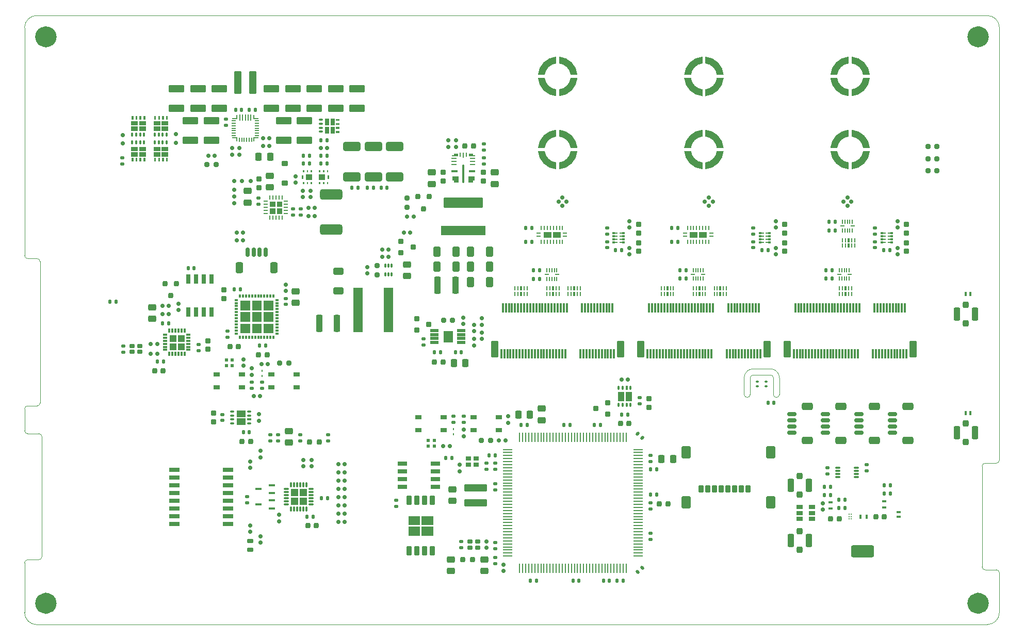
<source format=gbr>
%TF.GenerationSoftware,KiCad,Pcbnew,9.0.2*%
%TF.CreationDate,2025-05-19T09:58:24-04:00*%
%TF.ProjectId,mainBoard,6d61696e-426f-4617-9264-2e6b69636164,01*%
%TF.SameCoordinates,PX42c1d80PY2faf080*%
%TF.FileFunction,Paste,Top*%
%TF.FilePolarity,Positive*%
%FSLAX46Y46*%
G04 Gerber Fmt 4.6, Leading zero omitted, Abs format (unit mm)*
G04 Created by KiCad (PCBNEW 9.0.2) date 2025-05-19 09:58:24*
%MOMM*%
%LPD*%
G01*
G04 APERTURE LIST*
G04 Aperture macros list*
%AMRoundRect*
0 Rectangle with rounded corners*
0 $1 Rounding radius*
0 $2 $3 $4 $5 $6 $7 $8 $9 X,Y pos of 4 corners*
0 Add a 4 corners polygon primitive as box body*
4,1,4,$2,$3,$4,$5,$6,$7,$8,$9,$2,$3,0*
0 Add four circle primitives for the rounded corners*
1,1,$1+$1,$2,$3*
1,1,$1+$1,$4,$5*
1,1,$1+$1,$6,$7*
1,1,$1+$1,$8,$9*
0 Add four rect primitives between the rounded corners*
20,1,$1+$1,$2,$3,$4,$5,0*
20,1,$1+$1,$4,$5,$6,$7,0*
20,1,$1+$1,$6,$7,$8,$9,0*
20,1,$1+$1,$8,$9,$2,$3,0*%
%AMFreePoly0*
4,1,27,0.419134,0.596194,0.435355,0.585355,0.446194,0.569134,0.450000,0.550000,0.450000,-0.050000,0.446194,-0.069134,0.435355,-0.085355,0.419134,-0.096194,0.400000,-0.100000,-0.400000,-0.100000,-0.419134,-0.096194,-0.435355,-0.085355,-0.446194,-0.069134,-0.450000,-0.050000,-0.450000,0.050000,-0.446194,0.069134,-0.435355,0.085355,-0.419134,0.096194,-0.400000,0.100000,0.250000,0.100000,
0.250000,0.550000,0.253806,0.569134,0.264645,0.585355,0.280866,0.596194,0.300000,0.600000,0.400000,0.600000,0.419134,0.596194,0.419134,0.596194,$1*%
%AMFreePoly1*
4,1,27,0.419134,0.096194,0.435355,0.085355,0.446194,0.069134,0.450000,0.050000,0.450000,-0.550000,0.446194,-0.569134,0.435355,-0.585355,0.419134,-0.596194,0.400000,-0.600000,0.300000,-0.600000,0.280866,-0.596194,0.264645,-0.585355,0.253806,-0.569134,0.250000,-0.550000,0.250000,-0.100000,-0.400000,-0.100000,-0.419134,-0.096194,-0.435355,-0.085355,-0.446194,-0.069134,-0.450000,-0.050000,
-0.450000,0.050000,-0.446194,0.069134,-0.435355,0.085355,-0.419134,0.096194,-0.400000,0.100000,0.400000,0.100000,0.419134,0.096194,0.419134,0.096194,$1*%
%AMFreePoly2*
4,1,27,0.419134,0.096194,0.435355,0.085355,0.446194,0.069134,0.450000,0.050000,0.450000,-0.050000,0.446194,-0.069134,0.435355,-0.085355,0.419134,-0.096194,0.400000,-0.100000,-0.250000,-0.100000,-0.250000,-0.550000,-0.253806,-0.569134,-0.264645,-0.585355,-0.280866,-0.596194,-0.300000,-0.600000,-0.400000,-0.600000,-0.419134,-0.596194,-0.435355,-0.585355,-0.446194,-0.569134,-0.450000,-0.550000,
-0.450000,0.050000,-0.446194,0.069134,-0.435355,0.085355,-0.419134,0.096194,-0.400000,0.100000,0.400000,0.100000,0.419134,0.096194,0.419134,0.096194,$1*%
%AMFreePoly3*
4,1,27,-0.280866,0.596194,-0.264645,0.585355,-0.253806,0.569134,-0.250000,0.550000,-0.250000,0.100000,0.400000,0.100000,0.419134,0.096194,0.435355,0.085355,0.446194,0.069134,0.450000,0.050000,0.450000,-0.050000,0.446194,-0.069134,0.435355,-0.085355,0.419134,-0.096194,0.400000,-0.100000,-0.400000,-0.100000,-0.419134,-0.096194,-0.435355,-0.085355,-0.446194,-0.069134,-0.450000,-0.050000,
-0.450000,0.550000,-0.446194,0.569134,-0.435355,0.585355,-0.419134,0.596194,-0.400000,0.600000,-0.300000,0.600000,-0.280866,0.596194,-0.280866,0.596194,$1*%
%AMFreePoly4*
4,1,27,-0.025000,0.110000,0.392000,0.110000,0.404629,0.107488,0.415335,0.100335,0.422488,0.089629,0.425000,0.077000,0.425000,-0.077000,0.422488,-0.089629,0.415335,-0.100335,0.404629,-0.107488,0.392000,-0.110000,-0.025000,-0.110000,-0.025000,-0.150000,-0.385000,-0.150000,-0.388045,-0.146955,-0.400307,-0.146955,-0.421955,-0.125307,-0.421955,-0.113045,-0.425000,-0.110000,-0.425000,0.110000,
-0.421955,0.113045,-0.421955,0.125307,-0.400307,0.146955,-0.388045,0.146955,-0.385000,0.150000,-0.025000,0.150000,-0.025000,0.110000,-0.025000,0.110000,$1*%
G04 Aperture macros list end*
%ADD10C,1.750000*%
%ADD11C,0.100000*%
%ADD12C,0.000000*%
%ADD13RoundRect,0.050000X0.050000X0.250000X-0.050000X0.250000X-0.050000X-0.250000X0.050000X-0.250000X0*%
%ADD14RoundRect,0.050000X0.150000X0.250000X-0.150000X0.250000X-0.150000X-0.250000X0.150000X-0.250000X0*%
%ADD15RoundRect,0.275000X0.375000X-0.275000X0.375000X0.275000X-0.375000X0.275000X-0.375000X-0.275000X0*%
%ADD16RoundRect,0.150000X0.150000X0.150000X-0.150000X0.150000X-0.150000X-0.150000X0.150000X-0.150000X0*%
%ADD17RoundRect,0.250000X0.350000X0.650000X-0.350000X0.650000X-0.350000X-0.650000X0.350000X-0.650000X0*%
%ADD18RoundRect,0.150000X0.150000X0.625000X-0.150000X0.625000X-0.150000X-0.625000X0.150000X-0.625000X0*%
%ADD19RoundRect,0.050000X0.100000X-0.225000X0.100000X0.225000X-0.100000X0.225000X-0.100000X-0.225000X0*%
%ADD20RoundRect,0.050000X0.225000X0.100000X-0.225000X0.100000X-0.225000X-0.100000X0.225000X-0.100000X0*%
%ADD21RoundRect,0.050000X-0.100000X0.225000X-0.100000X-0.225000X0.100000X-0.225000X0.100000X0.225000X0*%
%ADD22RoundRect,0.050000X-0.225000X-0.100000X0.225000X-0.100000X0.225000X0.100000X-0.225000X0.100000X0*%
%ADD23RoundRect,0.125000X0.125000X0.175000X-0.125000X0.175000X-0.125000X-0.175000X0.125000X-0.175000X0*%
%ADD24RoundRect,0.150000X-0.150000X0.150000X-0.150000X-0.150000X0.150000X-0.150000X0.150000X0.150000X0*%
%ADD25RoundRect,0.125000X-0.035355X0.212132X-0.212132X0.035355X0.035355X-0.212132X0.212132X-0.035355X0*%
%ADD26RoundRect,0.150000X-0.150000X-0.150000X0.150000X-0.150000X0.150000X0.150000X-0.150000X0.150000X0*%
%ADD27FreePoly0,0.000000*%
%ADD28RoundRect,0.050000X-0.250000X-0.050000X0.250000X-0.050000X0.250000X0.050000X-0.250000X0.050000X0*%
%ADD29FreePoly1,0.000000*%
%ADD30RoundRect,0.050000X0.050000X-0.250000X0.050000X0.250000X-0.050000X0.250000X-0.050000X-0.250000X0*%
%ADD31FreePoly2,0.000000*%
%ADD32RoundRect,0.050000X0.300000X0.050000X-0.300000X0.050000X-0.300000X-0.050000X0.300000X-0.050000X0*%
%ADD33RoundRect,0.050000X0.275000X0.050000X-0.275000X0.050000X-0.275000X-0.050000X0.275000X-0.050000X0*%
%ADD34RoundRect,0.050000X0.290000X0.050000X-0.290000X0.050000X-0.290000X-0.050000X0.290000X-0.050000X0*%
%ADD35RoundRect,0.050000X0.250000X0.050000X-0.250000X0.050000X-0.250000X-0.050000X0.250000X-0.050000X0*%
%ADD36FreePoly3,0.000000*%
%ADD37RoundRect,0.050000X-0.050000X0.450000X-0.050000X-0.450000X0.050000X-0.450000X0.050000X0.450000X0*%
%ADD38RoundRect,0.050000X-0.050000X0.425000X-0.050000X-0.425000X0.050000X-0.425000X0.050000X0.425000X0*%
%ADD39RoundRect,0.200000X0.200000X0.250000X-0.200000X0.250000X-0.200000X-0.250000X0.200000X-0.250000X0*%
%ADD40RoundRect,0.214286X1.085714X-0.385714X1.085714X0.385714X-1.085714X0.385714X-1.085714X-0.385714X0*%
%ADD41RoundRect,0.150000X0.000000X-0.212132X0.212132X0.000000X0.000000X0.212132X-0.212132X0.000000X0*%
%ADD42RoundRect,0.125000X0.175000X-0.125000X0.175000X0.125000X-0.175000X0.125000X-0.175000X-0.125000X0*%
%ADD43RoundRect,0.050000X-0.250000X-0.075000X0.250000X-0.075000X0.250000X0.075000X-0.250000X0.075000X0*%
%ADD44RoundRect,0.050000X0.075000X-0.250000X0.075000X0.250000X-0.075000X0.250000X-0.075000X-0.250000X0*%
%ADD45RoundRect,0.050000X0.250000X0.075000X-0.250000X0.075000X-0.250000X-0.075000X0.250000X-0.075000X0*%
%ADD46RoundRect,0.050000X-0.075000X0.250000X-0.075000X-0.250000X0.075000X-0.250000X0.075000X0.250000X0*%
%ADD47RoundRect,0.125000X-0.175000X0.125000X-0.175000X-0.125000X0.175000X-0.125000X0.175000X0.125000X0*%
%ADD48RoundRect,0.150000X0.150000X-0.150000X0.150000X0.150000X-0.150000X0.150000X-0.150000X-0.150000X0*%
%ADD49RoundRect,0.200000X-0.250000X0.200000X-0.250000X-0.200000X0.250000X-0.200000X0.250000X0.200000X0*%
%ADD50RoundRect,0.125000X-0.125000X-0.175000X0.125000X-0.175000X0.125000X0.175000X-0.125000X0.175000X0*%
%ADD51RoundRect,0.200000X-0.200000X-0.250000X0.200000X-0.250000X0.200000X0.250000X-0.200000X0.250000X0*%
%ADD52RoundRect,0.250000X-1.150000X0.475000X-1.150000X-0.475000X1.150000X-0.475000X1.150000X0.475000X0*%
%ADD53RoundRect,0.250000X-0.250000X-0.275000X0.250000X-0.275000X0.250000X0.275000X-0.250000X0.275000X0*%
%ADD54RoundRect,0.262500X-0.262500X-0.837500X0.262500X-0.837500X0.262500X0.837500X-0.262500X0.837500X0*%
%ADD55RoundRect,0.275000X-0.275000X-0.375000X0.275000X-0.375000X0.275000X0.375000X-0.275000X0.375000X0*%
%ADD56RoundRect,0.150000X0.150000X0.200000X-0.150000X0.200000X-0.150000X-0.200000X0.150000X-0.200000X0*%
%ADD57RoundRect,0.200000X0.250000X-0.200000X0.250000X0.200000X-0.250000X0.200000X-0.250000X-0.200000X0*%
%ADD58FreePoly4,180.000000*%
%ADD59FreePoly4,0.000000*%
%ADD60RoundRect,0.050000X0.050000X-0.300000X0.050000X0.300000X-0.050000X0.300000X-0.050000X-0.300000X0*%
%ADD61RoundRect,0.050000X-0.050000X0.300000X-0.050000X-0.300000X0.050000X-0.300000X0.050000X0.300000X0*%
%ADD62RoundRect,0.050000X-0.300000X-0.050000X0.300000X-0.050000X0.300000X0.050000X-0.300000X0.050000X0*%
%ADD63RoundRect,0.102500X0.102500X0.227500X-0.102500X0.227500X-0.102500X-0.227500X0.102500X-0.227500X0*%
%ADD64RoundRect,0.050000X-0.725000X-0.250000X0.725000X-0.250000X0.725000X0.250000X-0.725000X0.250000X0*%
%ADD65RoundRect,0.050000X0.250000X-0.725000X0.250000X0.725000X-0.250000X0.725000X-0.250000X-0.725000X0*%
%ADD66RoundRect,0.250000X-0.300000X-1.150000X0.300000X-1.150000X0.300000X1.150000X-0.300000X1.150000X0*%
%ADD67RoundRect,0.275000X-0.275000X-1.125000X0.275000X-1.125000X0.275000X1.125000X-0.275000X1.125000X0*%
%ADD68RoundRect,0.275000X0.275000X0.375000X-0.275000X0.375000X-0.275000X-0.375000X0.275000X-0.375000X0*%
%ADD69RoundRect,0.300000X-0.300000X-0.550000X0.300000X-0.550000X0.300000X0.550000X-0.300000X0.550000X0*%
%ADD70RoundRect,0.200000X-0.200000X-0.200000X0.200000X-0.200000X0.200000X0.200000X-0.200000X0.200000X0*%
%ADD71RoundRect,0.050000X-0.250000X-0.105000X0.250000X-0.105000X0.250000X0.105000X-0.250000X0.105000X0*%
%ADD72RoundRect,0.022435X-0.277565X-0.132565X0.277565X-0.132565X0.277565X0.132565X-0.277565X0.132565X0*%
%ADD73RoundRect,0.214286X-1.085714X0.385714X-1.085714X-0.385714X1.085714X-0.385714X1.085714X0.385714X0*%
%ADD74RoundRect,0.250000X0.350000X-1.650000X0.350000X1.650000X-0.350000X1.650000X-0.350000X-1.650000X0*%
%ADD75RoundRect,0.275000X-0.375000X0.275000X-0.375000X-0.275000X0.375000X-0.275000X0.375000X0.275000X0*%
%ADD76RoundRect,0.050000X-0.337500X-0.287500X0.337500X-0.287500X0.337500X0.287500X-0.337500X0.287500X0*%
%ADD77RoundRect,0.187500X-0.312500X0.187500X-0.312500X-0.187500X0.312500X-0.187500X0.312500X0.187500X0*%
%ADD78RoundRect,0.300000X-1.575000X-0.700000X1.575000X-0.700000X1.575000X0.700000X-1.575000X0.700000X0*%
%ADD79RoundRect,0.050000X0.475000X0.275000X-0.475000X0.275000X-0.475000X-0.275000X0.475000X-0.275000X0*%
%ADD80RoundRect,0.050000X-0.475000X-0.275000X0.475000X-0.275000X0.475000X0.275000X-0.475000X0.275000X0*%
%ADD81RoundRect,0.050000X0.225000X-0.225000X0.225000X0.225000X-0.225000X0.225000X-0.225000X-0.225000X0*%
%ADD82RoundRect,0.114000X-0.736000X-0.266000X0.736000X-0.266000X0.736000X0.266000X-0.736000X0.266000X0*%
%ADD83RoundRect,0.250000X0.350000X1.125000X-0.350000X1.125000X-0.350000X-1.125000X0.350000X-1.125000X0*%
%ADD84RoundRect,0.075000X0.075000X0.700000X-0.075000X0.700000X-0.075000X-0.700000X0.075000X-0.700000X0*%
%ADD85RoundRect,0.050000X0.100000X-0.300000X0.100000X0.300000X-0.100000X0.300000X-0.100000X-0.300000X0*%
%ADD86RoundRect,0.050000X0.300000X0.100000X-0.300000X0.100000X-0.300000X-0.100000X0.300000X-0.100000X0*%
%ADD87RoundRect,0.050000X-0.100000X0.300000X-0.100000X-0.300000X0.100000X-0.300000X0.100000X0.300000X0*%
%ADD88RoundRect,0.050000X-0.300000X-0.100000X0.300000X-0.100000X0.300000X0.100000X-0.300000X0.100000X0*%
%ADD89RoundRect,0.050000X-0.075000X0.130000X-0.075000X-0.130000X0.075000X-0.130000X0.075000X0.130000X0*%
%ADD90RoundRect,0.050000X0.686600X-0.064300X0.686600X0.064300X-0.686600X0.064300X-0.686600X-0.064300X0*%
%ADD91RoundRect,0.050000X-0.064300X-0.686600X0.064300X-0.686600X0.064300X0.686600X-0.064300X0.686600X0*%
%ADD92RoundRect,0.102500X-0.227500X0.102500X-0.227500X-0.102500X0.227500X-0.102500X0.227500X0.102500X0*%
%ADD93RoundRect,0.050000X0.075000X-0.130000X0.075000X0.130000X-0.075000X0.130000X-0.075000X-0.130000X0*%
%ADD94RoundRect,0.050000X-0.100000X0.250000X-0.100000X-0.250000X0.100000X-0.250000X0.100000X0.250000X0*%
%ADD95RoundRect,0.200000X0.200000X0.200000X-0.200000X0.200000X-0.200000X-0.200000X0.200000X-0.200000X0*%
%ADD96RoundRect,0.200000X0.200000X-0.200000X0.200000X0.200000X-0.200000X0.200000X-0.200000X-0.200000X0*%
%ADD97RoundRect,0.050000X0.100000X-0.250000X0.100000X0.250000X-0.100000X0.250000X-0.100000X-0.250000X0*%
%ADD98RoundRect,0.250000X-0.650000X0.350000X-0.650000X-0.350000X0.650000X-0.350000X0.650000X0.350000X0*%
%ADD99RoundRect,0.150000X-0.625000X0.150000X-0.625000X-0.150000X0.625000X-0.150000X0.625000X0.150000X0*%
%ADD100RoundRect,0.060000X0.415000X0.140000X-0.415000X0.140000X-0.415000X-0.140000X0.415000X-0.140000X0*%
%ADD101RoundRect,0.050000X0.487500X0.150000X-0.487500X0.150000X-0.487500X-0.150000X0.487500X-0.150000X0*%
%ADD102RoundRect,0.050000X0.362500X0.075000X-0.362500X0.075000X-0.362500X-0.075000X0.362500X-0.075000X0*%
%ADD103RoundRect,0.050000X-0.075000X0.287500X-0.075000X-0.287500X0.075000X-0.287500X0.075000X0.287500X0*%
%ADD104RoundRect,0.050000X-0.075000X0.362500X-0.075000X-0.362500X0.075000X-0.362500X0.075000X0.362500X0*%
%ADD105RoundRect,0.050000X-0.125000X1.437500X-0.125000X-1.437500X0.125000X-1.437500X0.125000X1.437500X0*%
%ADD106RoundRect,0.250000X0.250000X0.275000X-0.250000X0.275000X-0.250000X-0.275000X0.250000X-0.275000X0*%
%ADD107RoundRect,0.262500X0.262500X0.837500X-0.262500X0.837500X-0.262500X-0.837500X0.262500X-0.837500X0*%
%ADD108RoundRect,0.330000X1.510000X-0.495000X1.510000X0.495000X-1.510000X0.495000X-1.510000X-0.495000X0*%
%ADD109RoundRect,0.050000X-0.375000X-0.100000X0.375000X-0.100000X0.375000X0.100000X-0.375000X0.100000X0*%
%ADD110RoundRect,0.050000X-0.075000X-0.075000X0.075000X-0.075000X0.075000X0.075000X-0.075000X0.075000X0*%
%ADD111RoundRect,0.050000X0.350000X-0.700000X0.350000X0.700000X-0.350000X0.700000X-0.350000X-0.700000X0*%
%ADD112RoundRect,0.250000X-3.000000X-0.600000X3.000000X-0.600000X3.000000X0.600000X-3.000000X0.600000X0*%
%ADD113RoundRect,0.250000X-3.425000X-0.550000X3.425000X-0.550000X3.425000X0.550000X-3.425000X0.550000X0*%
%ADD114RoundRect,0.250000X-0.550000X3.425000X-0.550000X-3.425000X0.550000X-3.425000X0.550000X3.425000X0*%
%ADD115RoundRect,0.300000X0.300000X0.550000X-0.300000X0.550000X-0.300000X-0.550000X0.300000X-0.550000X0*%
%ADD116RoundRect,0.150000X0.325000X-0.300000X0.325000X0.300000X-0.325000X0.300000X-0.325000X-0.300000X0*%
%ADD117RoundRect,0.050000X0.100000X-0.350000X0.100000X0.350000X-0.100000X0.350000X-0.100000X-0.350000X0*%
%ADD118RoundRect,0.050000X0.350000X0.100000X-0.350000X0.100000X-0.350000X-0.100000X0.350000X-0.100000X0*%
%ADD119RoundRect,0.050000X0.650000X0.175000X-0.650000X0.175000X-0.650000X-0.175000X0.650000X-0.175000X0*%
%ADD120RoundRect,0.125000X-0.212132X-0.035355X-0.035355X-0.212132X0.212132X0.035355X0.035355X0.212132X0*%
%ADD121RoundRect,0.050000X0.150000X0.300000X-0.150000X0.300000X-0.150000X-0.300000X0.150000X-0.300000X0*%
%ADD122RoundRect,0.050000X0.225000X0.225000X-0.225000X0.225000X-0.225000X-0.225000X0.225000X-0.225000X0*%
%ADD123RoundRect,0.050000X0.350000X0.300000X-0.350000X0.300000X-0.350000X-0.300000X0.350000X-0.300000X0*%
%ADD124RoundRect,0.050000X-0.200000X-0.100000X0.200000X-0.100000X0.200000X0.100000X-0.200000X0.100000X0*%
%ADD125RoundRect,0.050000X-0.070000X0.250000X-0.070000X-0.250000X0.070000X-0.250000X0.070000X0.250000X0*%
%ADD126RoundRect,0.050000X0.250000X0.070000X-0.250000X0.070000X-0.250000X-0.070000X0.250000X-0.070000X0*%
%ADD127RoundRect,0.250000X1.650000X0.350000X-1.650000X0.350000X-1.650000X-0.350000X1.650000X-0.350000X0*%
%ADD128RoundRect,0.150000X-0.200000X0.150000X-0.200000X-0.150000X0.200000X-0.150000X0.200000X0.150000X0*%
%ADD129RoundRect,0.300000X0.550000X-0.300000X0.550000X0.300000X-0.550000X0.300000X-0.550000X-0.300000X0*%
%ADD130RoundRect,0.050000X0.485000X0.255000X-0.485000X0.255000X-0.485000X-0.255000X0.485000X-0.255000X0*%
%ADD131RoundRect,0.050000X-0.300000X0.150000X-0.300000X-0.150000X0.300000X-0.150000X0.300000X0.150000X0*%
%ADD132RoundRect,0.150000X0.200000X-0.150000X0.200000X0.150000X-0.200000X0.150000X-0.200000X-0.150000X0*%
%ADD133RoundRect,0.075000X0.075000X-0.260000X0.075000X0.260000X-0.075000X0.260000X-0.075000X-0.260000X0*%
%ADD134RoundRect,0.120000X-0.280000X-0.480000X0.280000X-0.480000X0.280000X0.480000X-0.280000X0.480000X0*%
%ADD135RoundRect,0.250000X-0.500000X-0.750000X0.500000X-0.750000X0.500000X0.750000X-0.500000X0.750000X0*%
%ADD136RoundRect,0.050000X0.105000X-0.250000X0.105000X0.250000X-0.105000X0.250000X-0.105000X-0.250000X0*%
%ADD137RoundRect,0.022435X0.132565X-0.277565X0.132565X0.277565X-0.132565X0.277565X-0.132565X-0.277565X0*%
%ADD138RoundRect,0.050000X-0.250000X-0.100000X0.250000X-0.100000X0.250000X0.100000X-0.250000X0.100000X0*%
%TA.AperFunction,Profile*%
%ADD139C,0.050000*%
%TD*%
%TA.AperFunction,Profile*%
%ADD140C,0.100000*%
%TD*%
G04 APERTURE END LIST*
D10*
X157375000Y-3500000D02*
G75*
G02*
X155625000Y-3500000I-875000J0D01*
G01*
X155625000Y-3500000D02*
G75*
G02*
X157375000Y-3500000I875000J0D01*
G01*
X157375000Y-96500000D02*
G75*
G02*
X155625000Y-96500000I-875000J0D01*
G01*
X155625000Y-96500000D02*
G75*
G02*
X157375000Y-96500000I875000J0D01*
G01*
X4375000Y-96500000D02*
G75*
G02*
X2625000Y-96500000I-875000J0D01*
G01*
X2625000Y-96500000D02*
G75*
G02*
X4375000Y-96500000I875000J0D01*
G01*
X4375000Y-3500000D02*
G75*
G02*
X2625000Y-3500000I-875000J0D01*
G01*
X2625000Y-3500000D02*
G75*
G02*
X4375000Y-3500000I875000J0D01*
G01*
%TO.C,U22*%
D11*
X35450000Y-48300000D02*
X36950000Y-48300000D01*
X36950000Y-46800000D01*
X35450000Y-46800000D01*
X35450000Y-48300000D01*
G36*
X35450000Y-48300000D02*
G01*
X36950000Y-48300000D01*
X36950000Y-46800000D01*
X35450000Y-46800000D01*
X35450000Y-48300000D01*
G37*
X35450000Y-50200000D02*
X36950000Y-50200000D01*
X36950000Y-48700000D01*
X35450000Y-48700000D01*
X35450000Y-50200000D01*
G36*
X35450000Y-50200000D02*
G01*
X36950000Y-50200000D01*
X36950000Y-48700000D01*
X35450000Y-48700000D01*
X35450000Y-50200000D01*
G37*
X35450000Y-52100000D02*
X36950000Y-52100000D01*
X36950000Y-50600000D01*
X35450000Y-50600000D01*
X35450000Y-52100000D01*
G36*
X35450000Y-52100000D02*
G01*
X36950000Y-52100000D01*
X36950000Y-50600000D01*
X35450000Y-50600000D01*
X35450000Y-52100000D01*
G37*
X37350000Y-48300000D02*
X38850000Y-48300000D01*
X38850000Y-46800000D01*
X37350000Y-46800000D01*
X37350000Y-48300000D01*
G36*
X37350000Y-48300000D02*
G01*
X38850000Y-48300000D01*
X38850000Y-46800000D01*
X37350000Y-46800000D01*
X37350000Y-48300000D01*
G37*
X37350000Y-50200000D02*
X38850000Y-50200000D01*
X38850000Y-48700000D01*
X37350000Y-48700000D01*
X37350000Y-50200000D01*
G36*
X37350000Y-50200000D02*
G01*
X38850000Y-50200000D01*
X38850000Y-48700000D01*
X37350000Y-48700000D01*
X37350000Y-50200000D01*
G37*
X37350000Y-52100000D02*
X38850000Y-52100000D01*
X38850000Y-50600000D01*
X37350000Y-50600000D01*
X37350000Y-52100000D01*
G36*
X37350000Y-52100000D02*
G01*
X38850000Y-52100000D01*
X38850000Y-50600000D01*
X37350000Y-50600000D01*
X37350000Y-52100000D01*
G37*
X39250000Y-48300000D02*
X40750000Y-48300000D01*
X40750000Y-46800000D01*
X39250000Y-46800000D01*
X39250000Y-48300000D01*
G36*
X39250000Y-48300000D02*
G01*
X40750000Y-48300000D01*
X40750000Y-46800000D01*
X39250000Y-46800000D01*
X39250000Y-48300000D01*
G37*
X39250000Y-50200000D02*
X40750000Y-50200000D01*
X40750000Y-48700000D01*
X39250000Y-48700000D01*
X39250000Y-50200000D01*
G36*
X39250000Y-50200000D02*
G01*
X40750000Y-50200000D01*
X40750000Y-48700000D01*
X39250000Y-48700000D01*
X39250000Y-50200000D01*
G37*
X39250000Y-52100000D02*
X40750000Y-52100000D01*
X40750000Y-50600000D01*
X39250000Y-50600000D01*
X39250000Y-52100000D01*
G36*
X39250000Y-52100000D02*
G01*
X40750000Y-52100000D01*
X40750000Y-50600000D01*
X39250000Y-50600000D01*
X39250000Y-52100000D01*
G37*
D12*
%TO.C,J15*%
G36*
X135250000Y-7880278D02*
G01*
X135250000Y-7880278D01*
G75*
G03*
X133380278Y-9750000I250000J-2119722D01*
G01*
X132250000Y-9750000D01*
G75*
G02*
X135250000Y-6750000I3250000J-250000D01*
G01*
X135250000Y-7880278D01*
G37*
G36*
X133380278Y-10250000D02*
G01*
X133380278Y-10250000D01*
G75*
G03*
X135250000Y-12119722I2119722J250000D01*
G01*
X135250000Y-13250000D01*
G75*
G02*
X132250000Y-10250000I250000J3250000D01*
G01*
X133380278Y-10250000D01*
G37*
G36*
X138750000Y-10250000D02*
G01*
X138750000Y-10250000D01*
G75*
G02*
X135750000Y-13250000I-3250000J250000D01*
G01*
X135750000Y-12119722D01*
G75*
G03*
X137619722Y-10250000I-250000J2119722D01*
G01*
X138750000Y-10250000D01*
G37*
G36*
X135750000Y-6750000D02*
G01*
X135750000Y-6750000D01*
G75*
G02*
X138750000Y-9750000I-250000J-3250000D01*
G01*
X137619722Y-9750000D01*
G75*
G03*
X135750000Y-7880278I-2119722J-250000D01*
G01*
X135750000Y-6750000D01*
G37*
%TO.C,J27*%
G36*
X87250000Y-7880278D02*
G01*
X87250000Y-7880278D01*
G75*
G03*
X85380278Y-9750000I250000J-2119722D01*
G01*
X84250000Y-9750000D01*
G75*
G02*
X87250000Y-6750000I3250000J-250000D01*
G01*
X87250000Y-7880278D01*
G37*
G36*
X85380278Y-10250000D02*
G01*
X85380278Y-10250000D01*
G75*
G03*
X87250000Y-12119722I2119722J250000D01*
G01*
X87250000Y-13250000D01*
G75*
G02*
X84250000Y-10250000I250000J3250000D01*
G01*
X85380278Y-10250000D01*
G37*
G36*
X90750000Y-10250000D02*
G01*
X90750000Y-10250000D01*
G75*
G02*
X87750000Y-13250000I-3250000J250000D01*
G01*
X87750000Y-12119722D01*
G75*
G03*
X89619722Y-10250000I-250000J2119722D01*
G01*
X90750000Y-10250000D01*
G37*
G36*
X87750000Y-6750000D02*
G01*
X87750000Y-6750000D01*
G75*
G02*
X90750000Y-9750000I-250000J-3250000D01*
G01*
X89619722Y-9750000D01*
G75*
G03*
X87750000Y-7880278I-2119722J-250000D01*
G01*
X87750000Y-6750000D01*
G37*
%TO.C,U13*%
D11*
X109185000Y-36425000D02*
X110395000Y-36425000D01*
X110395000Y-35575000D01*
X109185000Y-35575000D01*
X109185000Y-36425000D01*
G36*
X109185000Y-36425000D02*
G01*
X110395000Y-36425000D01*
X110395000Y-35575000D01*
X109185000Y-35575000D01*
X109185000Y-36425000D01*
G37*
X110705000Y-36425000D02*
X111915000Y-36425000D01*
X111915000Y-35575000D01*
X110705000Y-35575000D01*
X110705000Y-36425000D01*
G36*
X110705000Y-36425000D02*
G01*
X111915000Y-36425000D01*
X111915000Y-35575000D01*
X110705000Y-35575000D01*
X110705000Y-36425000D01*
G37*
D12*
%TO.C,J22*%
G36*
X109380278Y-22250000D02*
G01*
X109380278Y-22250000D01*
G75*
G03*
X111250000Y-24119722I2119722J250000D01*
G01*
X111250000Y-25250000D01*
G75*
G02*
X108250000Y-22250000I250000J3250000D01*
G01*
X109380278Y-22250000D01*
G37*
G36*
X111250000Y-19880278D02*
G01*
X111250000Y-19880278D01*
G75*
G03*
X109380278Y-21750000I250000J-2119722D01*
G01*
X108250000Y-21750000D01*
G75*
G02*
X111250000Y-18750000I3250000J-250000D01*
G01*
X111250000Y-19880278D01*
G37*
G36*
X111750000Y-18750000D02*
G01*
X111750000Y-18750000D01*
G75*
G02*
X114750000Y-21750000I-250000J-3250000D01*
G01*
X113619722Y-21750000D01*
G75*
G03*
X111750000Y-19880278I-2119722J-250000D01*
G01*
X111750000Y-18750000D01*
G37*
G36*
X114750000Y-22250000D02*
G01*
X114750000Y-22250000D01*
G75*
G02*
X111750000Y-25250000I-3250000J250000D01*
G01*
X111750000Y-24119722D01*
G75*
G03*
X113619722Y-22250000I-250000J2119722D01*
G01*
X114750000Y-22250000D01*
G37*
%TO.C,U8*%
D11*
X34795000Y-64890000D02*
X36205000Y-64890000D01*
X36205000Y-65850000D01*
X34795000Y-65850000D01*
X34795000Y-64890000D01*
G36*
X34795000Y-64890000D02*
G01*
X36205000Y-64890000D01*
X36205000Y-65850000D01*
X34795000Y-65850000D01*
X34795000Y-64890000D01*
G37*
X34795000Y-66150000D02*
X36205000Y-66150000D01*
X36205000Y-67110000D01*
X34795000Y-67110000D01*
X34795000Y-66150000D01*
G36*
X34795000Y-66150000D02*
G01*
X36205000Y-66150000D01*
X36205000Y-67110000D01*
X34795000Y-67110000D01*
X34795000Y-66150000D01*
G37*
D12*
%TO.C,J28*%
G36*
X87250000Y-19880278D02*
G01*
X87250000Y-19880278D01*
G75*
G03*
X85380278Y-21750000I250000J-2119722D01*
G01*
X84250000Y-21750000D01*
G75*
G02*
X87250000Y-18750000I3250000J-250000D01*
G01*
X87250000Y-19880278D01*
G37*
G36*
X85380278Y-22250000D02*
G01*
X85380278Y-22250000D01*
G75*
G03*
X87250000Y-24119722I2119722J250000D01*
G01*
X87250000Y-25250000D01*
G75*
G02*
X84250000Y-22250000I250000J3250000D01*
G01*
X85380278Y-22250000D01*
G37*
G36*
X90750000Y-22250000D02*
G01*
X90750000Y-22250000D01*
G75*
G02*
X87750000Y-25250000I-3250000J250000D01*
G01*
X87750000Y-24119722D01*
G75*
G03*
X89619722Y-22250000I-250000J2119722D01*
G01*
X90750000Y-22250000D01*
G37*
G36*
X87750000Y-18750000D02*
G01*
X87750000Y-18750000D01*
G75*
G02*
X90750000Y-21750000I-250000J-3250000D01*
G01*
X89619722Y-21750000D01*
G75*
G03*
X87750000Y-19880278I-2119722J-250000D01*
G01*
X87750000Y-18750000D01*
G37*
%TO.C,J21*%
G36*
X109380278Y-10250000D02*
G01*
X109380278Y-10250000D01*
G75*
G03*
X111250000Y-12119722I2119722J250000D01*
G01*
X111250000Y-13250000D01*
G75*
G02*
X108250000Y-10250000I250000J3250000D01*
G01*
X109380278Y-10250000D01*
G37*
G36*
X111250000Y-7880278D02*
G01*
X111250000Y-7880278D01*
G75*
G03*
X109380278Y-9750000I250000J-2119722D01*
G01*
X108250000Y-9750000D01*
G75*
G02*
X111250000Y-6750000I3250000J-250000D01*
G01*
X111250000Y-7880278D01*
G37*
G36*
X111750000Y-6750000D02*
G01*
X111750000Y-6750000D01*
G75*
G02*
X114750000Y-9750000I-250000J-3250000D01*
G01*
X113619722Y-9750000D01*
G75*
G03*
X111750000Y-7880278I-2119722J-250000D01*
G01*
X111750000Y-6750000D01*
G37*
G36*
X114750000Y-10250000D02*
G01*
X114750000Y-10250000D01*
G75*
G02*
X111750000Y-13250000I-3250000J250000D01*
G01*
X111750000Y-12119722D01*
G75*
G03*
X113619722Y-10250000I-250000J2119722D01*
G01*
X114750000Y-10250000D01*
G37*
%TO.C,U4*%
D11*
X23800000Y-53475000D02*
X24825000Y-53475000D01*
X24825000Y-52450000D01*
X23800000Y-52450000D01*
X23800000Y-53475000D01*
G36*
X23800000Y-53475000D02*
G01*
X24825000Y-53475000D01*
X24825000Y-52450000D01*
X23800000Y-52450000D01*
X23800000Y-53475000D01*
G37*
X23800000Y-54850000D02*
X24825000Y-54850000D01*
X24825000Y-53825000D01*
X23800000Y-53825000D01*
X23800000Y-54850000D01*
G36*
X23800000Y-54850000D02*
G01*
X24825000Y-54850000D01*
X24825000Y-53825000D01*
X23800000Y-53825000D01*
X23800000Y-54850000D01*
G37*
X25175000Y-53475000D02*
X26200000Y-53475000D01*
X26200000Y-52450000D01*
X25175000Y-52450000D01*
X25175000Y-53475000D01*
G36*
X25175000Y-53475000D02*
G01*
X26200000Y-53475000D01*
X26200000Y-52450000D01*
X25175000Y-52450000D01*
X25175000Y-53475000D01*
G37*
X25175000Y-54850000D02*
X26200000Y-54850000D01*
X26200000Y-53825000D01*
X25175000Y-53825000D01*
X25175000Y-54850000D01*
G36*
X25175000Y-54850000D02*
G01*
X26200000Y-54850000D01*
X26200000Y-53825000D01*
X25175000Y-53825000D01*
X25175000Y-54850000D01*
G37*
%TO.C,Q5*%
X21475000Y-23372500D02*
X21275000Y-23372500D01*
X21275000Y-23872500D01*
X21475000Y-23872500D01*
X21475000Y-23372500D01*
G36*
X21475000Y-23372500D02*
G01*
X21275000Y-23372500D01*
X21275000Y-23872500D01*
X21475000Y-23872500D01*
X21475000Y-23372500D01*
G37*
X22125000Y-23372500D02*
X21925000Y-23372500D01*
X21925000Y-23872500D01*
X22125000Y-23872500D01*
X22125000Y-23372500D01*
G36*
X22125000Y-23372500D02*
G01*
X21925000Y-23372500D01*
X21925000Y-23872500D01*
X22125000Y-23872500D01*
X22125000Y-23372500D01*
G37*
X22200000Y-21562500D02*
X21175000Y-21562500D01*
X21175000Y-22167500D01*
X22200000Y-22167500D01*
X22200000Y-21562500D01*
G36*
X22200000Y-21562500D02*
G01*
X21175000Y-21562500D01*
X21175000Y-22167500D01*
X22200000Y-22167500D01*
X22200000Y-21562500D01*
G37*
X22200000Y-22467500D02*
X21175000Y-22467500D01*
X21175000Y-23072500D01*
X22200000Y-23072500D01*
X22200000Y-22467500D01*
G36*
X22200000Y-22467500D02*
G01*
X21175000Y-22467500D01*
X21175000Y-23072500D01*
X22200000Y-23072500D01*
X22200000Y-22467500D01*
G37*
X22775000Y-23372500D02*
X22575000Y-23372500D01*
X22575000Y-23872500D01*
X22775000Y-23872500D01*
X22775000Y-23372500D01*
G36*
X22775000Y-23372500D02*
G01*
X22575000Y-23372500D01*
X22575000Y-23872500D01*
X22775000Y-23872500D01*
X22775000Y-23372500D01*
G37*
X23425000Y-23372500D02*
X23225000Y-23372500D01*
X23225000Y-23872500D01*
X23425000Y-23872500D01*
X23425000Y-23372500D01*
G36*
X23425000Y-23372500D02*
G01*
X23225000Y-23372500D01*
X23225000Y-23872500D01*
X23425000Y-23872500D01*
X23425000Y-23372500D01*
G37*
X23525000Y-22467500D02*
X22500000Y-22467500D01*
X22500000Y-23072500D01*
X23525000Y-23072500D01*
X23525000Y-22467500D01*
G36*
X23525000Y-22467500D02*
G01*
X22500000Y-22467500D01*
X22500000Y-23072500D01*
X23525000Y-23072500D01*
X23525000Y-22467500D01*
G37*
X23525500Y-21562500D02*
X22500500Y-21562500D01*
X22500500Y-22167500D01*
X23525500Y-22167500D01*
X23525500Y-21562500D01*
G36*
X23525500Y-21562500D02*
G01*
X22500500Y-21562500D01*
X22500500Y-22167500D01*
X23525500Y-22167500D01*
X23525500Y-21562500D01*
G37*
%TO.C,Q4*%
X17474500Y-18837500D02*
X18499500Y-18837500D01*
X18499500Y-18232500D01*
X17474500Y-18232500D01*
X17474500Y-18837500D01*
G36*
X17474500Y-18837500D02*
G01*
X18499500Y-18837500D01*
X18499500Y-18232500D01*
X17474500Y-18232500D01*
X17474500Y-18837500D01*
G37*
X17475000Y-17932500D02*
X18500000Y-17932500D01*
X18500000Y-17327500D01*
X17475000Y-17327500D01*
X17475000Y-17932500D01*
G36*
X17475000Y-17932500D02*
G01*
X18500000Y-17932500D01*
X18500000Y-17327500D01*
X17475000Y-17327500D01*
X17475000Y-17932500D01*
G37*
X17575000Y-17027500D02*
X17775000Y-17027500D01*
X17775000Y-16527500D01*
X17575000Y-16527500D01*
X17575000Y-17027500D01*
G36*
X17575000Y-17027500D02*
G01*
X17775000Y-17027500D01*
X17775000Y-16527500D01*
X17575000Y-16527500D01*
X17575000Y-17027500D01*
G37*
X18225000Y-17027500D02*
X18425000Y-17027500D01*
X18425000Y-16527500D01*
X18225000Y-16527500D01*
X18225000Y-17027500D01*
G36*
X18225000Y-17027500D02*
G01*
X18425000Y-17027500D01*
X18425000Y-16527500D01*
X18225000Y-16527500D01*
X18225000Y-17027500D01*
G37*
X18800000Y-17932500D02*
X19825000Y-17932500D01*
X19825000Y-17327500D01*
X18800000Y-17327500D01*
X18800000Y-17932500D01*
G36*
X18800000Y-17932500D02*
G01*
X19825000Y-17932500D01*
X19825000Y-17327500D01*
X18800000Y-17327500D01*
X18800000Y-17932500D01*
G37*
X18800000Y-18837500D02*
X19825000Y-18837500D01*
X19825000Y-18232500D01*
X18800000Y-18232500D01*
X18800000Y-18837500D01*
G36*
X18800000Y-18837500D02*
G01*
X19825000Y-18837500D01*
X19825000Y-18232500D01*
X18800000Y-18232500D01*
X18800000Y-18837500D01*
G37*
X18875000Y-17027500D02*
X19075000Y-17027500D01*
X19075000Y-16527500D01*
X18875000Y-16527500D01*
X18875000Y-17027500D01*
G36*
X18875000Y-17027500D02*
G01*
X19075000Y-17027500D01*
X19075000Y-16527500D01*
X18875000Y-16527500D01*
X18875000Y-17027500D01*
G37*
X19525000Y-17027500D02*
X19725000Y-17027500D01*
X19725000Y-16527500D01*
X19525000Y-16527500D01*
X19525000Y-17027500D01*
G36*
X19525000Y-17027500D02*
G01*
X19725000Y-17027500D01*
X19725000Y-16527500D01*
X19525000Y-16527500D01*
X19525000Y-17027500D01*
G37*
%TO.C,U26*%
X70100000Y-23050000D02*
X71100000Y-23050000D01*
X71100000Y-22950000D01*
X70100000Y-22950000D01*
X70100000Y-23050000D01*
G36*
X70100000Y-23050000D02*
G01*
X71100000Y-23050000D01*
X71100000Y-22950000D01*
X70100000Y-22950000D01*
X70100000Y-23050000D01*
G37*
X70210000Y-26990000D02*
X71150000Y-26990000D01*
X71150000Y-26400000D01*
X70210000Y-26400000D01*
X70210000Y-26990000D01*
G36*
X70210000Y-26990000D02*
G01*
X71150000Y-26990000D01*
X71150000Y-26400000D01*
X70210000Y-26400000D01*
X70210000Y-26990000D01*
G37*
X70480000Y-23050000D02*
X71100000Y-23050000D01*
X71100000Y-22650000D01*
X70480000Y-22650000D01*
X70480000Y-23050000D01*
G36*
X70480000Y-23050000D02*
G01*
X71100000Y-23050000D01*
X71100000Y-22650000D01*
X70480000Y-22650000D01*
X70480000Y-23050000D01*
G37*
X70510000Y-27340000D02*
X71150000Y-27340000D01*
X71150000Y-26400000D01*
X70510000Y-26400000D01*
X70510000Y-27340000D01*
G36*
X70510000Y-27340000D02*
G01*
X71150000Y-27340000D01*
X71150000Y-26400000D01*
X70510000Y-26400000D01*
X70510000Y-27340000D01*
G37*
X73490000Y-27340000D02*
X72850000Y-27340000D01*
X72850000Y-26400000D01*
X73490000Y-26400000D01*
X73490000Y-27340000D01*
G36*
X73490000Y-27340000D02*
G01*
X72850000Y-27340000D01*
X72850000Y-26400000D01*
X73490000Y-26400000D01*
X73490000Y-27340000D01*
G37*
X73520000Y-23050000D02*
X72900000Y-23050000D01*
X72900000Y-22650000D01*
X73520000Y-22650000D01*
X73520000Y-23050000D01*
G36*
X73520000Y-23050000D02*
G01*
X72900000Y-23050000D01*
X72900000Y-22650000D01*
X73520000Y-22650000D01*
X73520000Y-23050000D01*
G37*
X73790000Y-26990000D02*
X72850000Y-26990000D01*
X72850000Y-26400000D01*
X73790000Y-26400000D01*
X73790000Y-26990000D01*
G36*
X73790000Y-26990000D02*
G01*
X72850000Y-26990000D01*
X72850000Y-26400000D01*
X73790000Y-26400000D01*
X73790000Y-26990000D01*
G37*
X73900000Y-23050000D02*
X72900000Y-23050000D01*
X72900000Y-22950000D01*
X73900000Y-22950000D01*
X73900000Y-23050000D01*
G36*
X73900000Y-23050000D02*
G01*
X72900000Y-23050000D01*
X72900000Y-22950000D01*
X73900000Y-22950000D01*
X73900000Y-23050000D01*
G37*
%TO.C,U3*%
X63025000Y-83575000D02*
X64825000Y-83575000D01*
X64825000Y-82175000D01*
X63025000Y-82175000D01*
X63025000Y-83575000D01*
G36*
X63025000Y-83575000D02*
G01*
X64825000Y-83575000D01*
X64825000Y-82175000D01*
X63025000Y-82175000D01*
X63025000Y-83575000D01*
G37*
X63025000Y-85325000D02*
X64825000Y-85325000D01*
X64825000Y-83925000D01*
X63025000Y-83925000D01*
X63025000Y-85325000D01*
G36*
X63025000Y-85325000D02*
G01*
X64825000Y-85325000D01*
X64825000Y-83925000D01*
X63025000Y-83925000D01*
X63025000Y-85325000D01*
G37*
X65175000Y-83575000D02*
X66975000Y-83575000D01*
X66975000Y-82175000D01*
X65175000Y-82175000D01*
X65175000Y-83575000D01*
G36*
X65175000Y-83575000D02*
G01*
X66975000Y-83575000D01*
X66975000Y-82175000D01*
X65175000Y-82175000D01*
X65175000Y-83575000D01*
G37*
X65175000Y-85325000D02*
X66975000Y-85325000D01*
X66975000Y-83925000D01*
X65175000Y-83925000D01*
X65175000Y-85325000D01*
G36*
X65175000Y-85325000D02*
G01*
X66975000Y-85325000D01*
X66975000Y-83925000D01*
X65175000Y-83925000D01*
X65175000Y-85325000D01*
G37*
%TO.C,U6*%
X43750000Y-78850000D02*
X44850000Y-78850000D01*
X44850000Y-77750000D01*
X43750000Y-77750000D01*
X43750000Y-78850000D01*
G36*
X43750000Y-78850000D02*
G01*
X44850000Y-78850000D01*
X44850000Y-77750000D01*
X43750000Y-77750000D01*
X43750000Y-78850000D01*
G37*
X43750000Y-80250000D02*
X44850000Y-80250000D01*
X44850000Y-79150000D01*
X43750000Y-79150000D01*
X43750000Y-80250000D01*
G36*
X43750000Y-80250000D02*
G01*
X44850000Y-80250000D01*
X44850000Y-79150000D01*
X43750000Y-79150000D01*
X43750000Y-80250000D01*
G37*
X45150000Y-78850000D02*
X46250000Y-78850000D01*
X46250000Y-77750000D01*
X45150000Y-77750000D01*
X45150000Y-78850000D01*
G36*
X45150000Y-78850000D02*
G01*
X46250000Y-78850000D01*
X46250000Y-77750000D01*
X45150000Y-77750000D01*
X45150000Y-78850000D01*
G37*
X45150000Y-80250000D02*
X46250000Y-80250000D01*
X46250000Y-79150000D01*
X45150000Y-79150000D01*
X45150000Y-80250000D01*
G36*
X45150000Y-80250000D02*
G01*
X46250000Y-80250000D01*
X46250000Y-79150000D01*
X45150000Y-79150000D01*
X45150000Y-80250000D01*
G37*
%TO.C,Q8*%
X48460000Y-25435000D02*
X48310000Y-25435000D01*
X48310000Y-25665000D01*
X48460000Y-25665000D01*
X48460000Y-25435000D01*
G36*
X48460000Y-25435000D02*
G01*
X48310000Y-25435000D01*
X48310000Y-25665000D01*
X48460000Y-25665000D01*
X48460000Y-25435000D01*
G37*
X48460000Y-27335000D02*
X48310000Y-27335000D01*
X48310000Y-27565000D01*
X48460000Y-27565000D01*
X48460000Y-27335000D01*
G36*
X48460000Y-27335000D02*
G01*
X48310000Y-27335000D01*
X48310000Y-27565000D01*
X48460000Y-27565000D01*
X48460000Y-27335000D01*
G37*
X49110000Y-25435000D02*
X48960000Y-25435000D01*
X48960000Y-25665000D01*
X49110000Y-25665000D01*
X49110000Y-25435000D01*
G36*
X49110000Y-25435000D02*
G01*
X48960000Y-25435000D01*
X48960000Y-25665000D01*
X49110000Y-25665000D01*
X49110000Y-25435000D01*
G37*
X49110000Y-27335000D02*
X48960000Y-27335000D01*
X48960000Y-27565000D01*
X49110000Y-27565000D01*
X49110000Y-27335000D01*
G36*
X49110000Y-27335000D02*
G01*
X48960000Y-27335000D01*
X48960000Y-27565000D01*
X49110000Y-27565000D01*
X49110000Y-27335000D01*
G37*
X49225000Y-26110000D02*
X48275000Y-26110000D01*
X48275000Y-26910000D01*
X49225000Y-26910000D01*
X49225000Y-26110000D01*
G36*
X49225000Y-26110000D02*
G01*
X48275000Y-26110000D01*
X48275000Y-26910000D01*
X49225000Y-26910000D01*
X49225000Y-26110000D01*
G37*
X49760000Y-25435000D02*
X49610000Y-25435000D01*
X49610000Y-25665000D01*
X49760000Y-25665000D01*
X49760000Y-25435000D01*
G36*
X49760000Y-25435000D02*
G01*
X49610000Y-25435000D01*
X49610000Y-25665000D01*
X49760000Y-25665000D01*
X49760000Y-25435000D01*
G37*
X49760000Y-27335000D02*
X49610000Y-27335000D01*
X49610000Y-27565000D01*
X49760000Y-27565000D01*
X49760000Y-27335000D01*
G36*
X49760000Y-27335000D02*
G01*
X49610000Y-27335000D01*
X49610000Y-27565000D01*
X49760000Y-27565000D01*
X49760000Y-27335000D01*
G37*
X49885000Y-26270000D02*
X49735000Y-26270000D01*
X49735000Y-26730000D01*
X49885000Y-26730000D01*
X49885000Y-26270000D01*
G36*
X49885000Y-26270000D02*
G01*
X49735000Y-26270000D01*
X49735000Y-26730000D01*
X49885000Y-26730000D01*
X49885000Y-26270000D01*
G37*
%TO.C,U28*%
X70250000Y-53610000D02*
X68750000Y-53610000D01*
X68750000Y-51790000D01*
X70250000Y-51790000D01*
X70250000Y-53610000D01*
G36*
X70250000Y-53610000D02*
G01*
X68750000Y-53610000D01*
X68750000Y-51790000D01*
X70250000Y-51790000D01*
X70250000Y-53610000D01*
G37*
%TO.C,Q3*%
X17775000Y-23372500D02*
X17575000Y-23372500D01*
X17575000Y-23872500D01*
X17775000Y-23872500D01*
X17775000Y-23372500D01*
G36*
X17775000Y-23372500D02*
G01*
X17575000Y-23372500D01*
X17575000Y-23872500D01*
X17775000Y-23872500D01*
X17775000Y-23372500D01*
G37*
X18425000Y-23372500D02*
X18225000Y-23372500D01*
X18225000Y-23872500D01*
X18425000Y-23872500D01*
X18425000Y-23372500D01*
G36*
X18425000Y-23372500D02*
G01*
X18225000Y-23372500D01*
X18225000Y-23872500D01*
X18425000Y-23872500D01*
X18425000Y-23372500D01*
G37*
X18500000Y-21562500D02*
X17475000Y-21562500D01*
X17475000Y-22167500D01*
X18500000Y-22167500D01*
X18500000Y-21562500D01*
G36*
X18500000Y-21562500D02*
G01*
X17475000Y-21562500D01*
X17475000Y-22167500D01*
X18500000Y-22167500D01*
X18500000Y-21562500D01*
G37*
X18500000Y-22467500D02*
X17475000Y-22467500D01*
X17475000Y-23072500D01*
X18500000Y-23072500D01*
X18500000Y-22467500D01*
G36*
X18500000Y-22467500D02*
G01*
X17475000Y-22467500D01*
X17475000Y-23072500D01*
X18500000Y-23072500D01*
X18500000Y-22467500D01*
G37*
X19075000Y-23372500D02*
X18875000Y-23372500D01*
X18875000Y-23872500D01*
X19075000Y-23872500D01*
X19075000Y-23372500D01*
G36*
X19075000Y-23372500D02*
G01*
X18875000Y-23372500D01*
X18875000Y-23872500D01*
X19075000Y-23872500D01*
X19075000Y-23372500D01*
G37*
X19725000Y-23372500D02*
X19525000Y-23372500D01*
X19525000Y-23872500D01*
X19725000Y-23872500D01*
X19725000Y-23372500D01*
G36*
X19725000Y-23372500D02*
G01*
X19525000Y-23372500D01*
X19525000Y-23872500D01*
X19725000Y-23872500D01*
X19725000Y-23372500D01*
G37*
X19825000Y-22467500D02*
X18800000Y-22467500D01*
X18800000Y-23072500D01*
X19825000Y-23072500D01*
X19825000Y-22467500D01*
G36*
X19825000Y-22467500D02*
G01*
X18800000Y-22467500D01*
X18800000Y-23072500D01*
X19825000Y-23072500D01*
X19825000Y-22467500D01*
G37*
X19825500Y-21562500D02*
X18800500Y-21562500D01*
X18800500Y-22167500D01*
X19825500Y-22167500D01*
X19825500Y-21562500D01*
G36*
X19825500Y-21562500D02*
G01*
X18800500Y-21562500D01*
X18800500Y-22167500D01*
X19825500Y-22167500D01*
X19825500Y-21562500D01*
G37*
%TO.C,U25*%
X40275000Y-31345000D02*
X41095000Y-31345000D01*
X41095000Y-30525000D01*
X40275000Y-30525000D01*
X40275000Y-31345000D01*
G36*
X40275000Y-31345000D02*
G01*
X41095000Y-31345000D01*
X41095000Y-30525000D01*
X40275000Y-30525000D01*
X40275000Y-31345000D01*
G37*
X40275000Y-32475000D02*
X41095000Y-32475000D01*
X41095000Y-31655000D01*
X40275000Y-31655000D01*
X40275000Y-32475000D01*
G36*
X40275000Y-32475000D02*
G01*
X41095000Y-32475000D01*
X41095000Y-31655000D01*
X40275000Y-31655000D01*
X40275000Y-32475000D01*
G37*
X41405000Y-31345000D02*
X42225000Y-31345000D01*
X42225000Y-30525000D01*
X41405000Y-30525000D01*
X41405000Y-31345000D01*
G36*
X41405000Y-31345000D02*
G01*
X42225000Y-31345000D01*
X42225000Y-30525000D01*
X41405000Y-30525000D01*
X41405000Y-31345000D01*
G37*
X41405000Y-32475000D02*
X42225000Y-32475000D01*
X42225000Y-31655000D01*
X41405000Y-31655000D01*
X41405000Y-32475000D01*
G36*
X41405000Y-32475000D02*
G01*
X42225000Y-32475000D01*
X42225000Y-31655000D01*
X41405000Y-31655000D01*
X41405000Y-32475000D01*
G37*
%TO.C,Q6*%
X21174500Y-18837500D02*
X22199500Y-18837500D01*
X22199500Y-18232500D01*
X21174500Y-18232500D01*
X21174500Y-18837500D01*
G36*
X21174500Y-18837500D02*
G01*
X22199500Y-18837500D01*
X22199500Y-18232500D01*
X21174500Y-18232500D01*
X21174500Y-18837500D01*
G37*
X21175000Y-17932500D02*
X22200000Y-17932500D01*
X22200000Y-17327500D01*
X21175000Y-17327500D01*
X21175000Y-17932500D01*
G36*
X21175000Y-17932500D02*
G01*
X22200000Y-17932500D01*
X22200000Y-17327500D01*
X21175000Y-17327500D01*
X21175000Y-17932500D01*
G37*
X21275000Y-17027500D02*
X21475000Y-17027500D01*
X21475000Y-16527500D01*
X21275000Y-16527500D01*
X21275000Y-17027500D01*
G36*
X21275000Y-17027500D02*
G01*
X21475000Y-17027500D01*
X21475000Y-16527500D01*
X21275000Y-16527500D01*
X21275000Y-17027500D01*
G37*
X21925000Y-17027500D02*
X22125000Y-17027500D01*
X22125000Y-16527500D01*
X21925000Y-16527500D01*
X21925000Y-17027500D01*
G36*
X21925000Y-17027500D02*
G01*
X22125000Y-17027500D01*
X22125000Y-16527500D01*
X21925000Y-16527500D01*
X21925000Y-17027500D01*
G37*
X22500000Y-17932500D02*
X23525000Y-17932500D01*
X23525000Y-17327500D01*
X22500000Y-17327500D01*
X22500000Y-17932500D01*
G36*
X22500000Y-17932500D02*
G01*
X23525000Y-17932500D01*
X23525000Y-17327500D01*
X22500000Y-17327500D01*
X22500000Y-17932500D01*
G37*
X22500000Y-18837500D02*
X23525000Y-18837500D01*
X23525000Y-18232500D01*
X22500000Y-18232500D01*
X22500000Y-18837500D01*
G36*
X22500000Y-18837500D02*
G01*
X23525000Y-18837500D01*
X23525000Y-18232500D01*
X22500000Y-18232500D01*
X22500000Y-18837500D01*
G37*
X22575000Y-17027500D02*
X22775000Y-17027500D01*
X22775000Y-16527500D01*
X22575000Y-16527500D01*
X22575000Y-17027500D01*
G36*
X22575000Y-17027500D02*
G01*
X22775000Y-17027500D01*
X22775000Y-16527500D01*
X22575000Y-16527500D01*
X22575000Y-17027500D01*
G37*
X23225000Y-17027500D02*
X23425000Y-17027500D01*
X23425000Y-16527500D01*
X23225000Y-16527500D01*
X23225000Y-17027500D01*
G36*
X23225000Y-17027500D02*
G01*
X23425000Y-17027500D01*
X23425000Y-16527500D01*
X23225000Y-16527500D01*
X23225000Y-17027500D01*
G37*
D12*
%TO.C,J16*%
G36*
X135250000Y-19880278D02*
G01*
X135250000Y-19880278D01*
G75*
G03*
X133380278Y-21750000I250000J-2119722D01*
G01*
X132250000Y-21750000D01*
G75*
G02*
X135250000Y-18750000I3250000J-250000D01*
G01*
X135250000Y-19880278D01*
G37*
G36*
X133380278Y-22250000D02*
G01*
X133380278Y-22250000D01*
G75*
G03*
X135250000Y-24119722I2119722J250000D01*
G01*
X135250000Y-25250000D01*
G75*
G02*
X132250000Y-22250000I250000J3250000D01*
G01*
X133380278Y-22250000D01*
G37*
G36*
X138750000Y-22250000D02*
G01*
X138750000Y-22250000D01*
G75*
G02*
X135750000Y-25250000I-3250000J250000D01*
G01*
X135750000Y-24119722D01*
G75*
G03*
X137619722Y-22250000I-250000J2119722D01*
G01*
X138750000Y-22250000D01*
G37*
G36*
X135750000Y-18750000D02*
G01*
X135750000Y-18750000D01*
G75*
G02*
X138750000Y-21750000I-250000J-3250000D01*
G01*
X137619722Y-21750000D01*
G75*
G03*
X135750000Y-19880278I-2119722J-250000D01*
G01*
X135750000Y-18750000D01*
G37*
%TO.C,U16*%
D11*
X85185000Y-36425000D02*
X86395000Y-36425000D01*
X86395000Y-35575000D01*
X85185000Y-35575000D01*
X85185000Y-36425000D01*
G36*
X85185000Y-36425000D02*
G01*
X86395000Y-36425000D01*
X86395000Y-35575000D01*
X85185000Y-35575000D01*
X85185000Y-36425000D01*
G37*
X86705000Y-36425000D02*
X87915000Y-36425000D01*
X87915000Y-35575000D01*
X86705000Y-35575000D01*
X86705000Y-36425000D01*
G36*
X86705000Y-36425000D02*
G01*
X87915000Y-36425000D01*
X87915000Y-35575000D01*
X86705000Y-35575000D01*
X86705000Y-36425000D01*
G37*
%TO.C,U7*%
X97390000Y-63205000D02*
X98350000Y-63205000D01*
X98350000Y-61795000D01*
X97390000Y-61795000D01*
X97390000Y-63205000D01*
G36*
X97390000Y-63205000D02*
G01*
X98350000Y-63205000D01*
X98350000Y-61795000D01*
X97390000Y-61795000D01*
X97390000Y-63205000D01*
G37*
X98650000Y-63205000D02*
X99610000Y-63205000D01*
X99610000Y-61795000D01*
X98650000Y-61795000D01*
X98650000Y-63205000D01*
G36*
X98650000Y-63205000D02*
G01*
X99610000Y-63205000D01*
X99610000Y-61795000D01*
X98650000Y-61795000D01*
X98650000Y-63205000D01*
G37*
%TO.C,Q7*%
X49312500Y-16924500D02*
X49917500Y-16924500D01*
X49917500Y-17949500D01*
X49312500Y-17949500D01*
X49312500Y-16924500D01*
G36*
X49312500Y-16924500D02*
G01*
X49917500Y-16924500D01*
X49917500Y-17949500D01*
X49312500Y-17949500D01*
X49312500Y-16924500D01*
G37*
X49312500Y-18250000D02*
X49917500Y-18250000D01*
X49917500Y-19275000D01*
X49312500Y-19275000D01*
X49312500Y-18250000D01*
G36*
X49312500Y-18250000D02*
G01*
X49917500Y-18250000D01*
X49917500Y-19275000D01*
X49312500Y-19275000D01*
X49312500Y-18250000D01*
G37*
X50217500Y-16925000D02*
X50822500Y-16925000D01*
X50822500Y-17950000D01*
X50217500Y-17950000D01*
X50217500Y-16925000D01*
G36*
X50217500Y-16925000D02*
G01*
X50822500Y-16925000D01*
X50822500Y-17950000D01*
X50217500Y-17950000D01*
X50217500Y-16925000D01*
G37*
X50217500Y-18250000D02*
X50822500Y-18250000D01*
X50822500Y-19275000D01*
X50217500Y-19275000D01*
X50217500Y-18250000D01*
G36*
X50217500Y-18250000D02*
G01*
X50822500Y-18250000D01*
X50822500Y-19275000D01*
X50217500Y-19275000D01*
X50217500Y-18250000D01*
G37*
X51122500Y-17025000D02*
X51622500Y-17025000D01*
X51622500Y-17225000D01*
X51122500Y-17225000D01*
X51122500Y-17025000D01*
G36*
X51122500Y-17025000D02*
G01*
X51622500Y-17025000D01*
X51622500Y-17225000D01*
X51122500Y-17225000D01*
X51122500Y-17025000D01*
G37*
X51122500Y-17675000D02*
X51622500Y-17675000D01*
X51622500Y-17875000D01*
X51122500Y-17875000D01*
X51122500Y-17675000D01*
G36*
X51122500Y-17675000D02*
G01*
X51622500Y-17675000D01*
X51622500Y-17875000D01*
X51122500Y-17875000D01*
X51122500Y-17675000D01*
G37*
X51122500Y-18325000D02*
X51622500Y-18325000D01*
X51622500Y-18525000D01*
X51122500Y-18525000D01*
X51122500Y-18325000D01*
G36*
X51122500Y-18325000D02*
G01*
X51622500Y-18325000D01*
X51622500Y-18525000D01*
X51122500Y-18525000D01*
X51122500Y-18325000D01*
G37*
X51122500Y-18975000D02*
X51622500Y-18975000D01*
X51622500Y-19175000D01*
X51122500Y-19175000D01*
X51122500Y-18975000D01*
G36*
X51122500Y-18975000D02*
G01*
X51622500Y-18975000D01*
X51622500Y-19175000D01*
X51122500Y-19175000D01*
X51122500Y-18975000D01*
G37*
%TO.C,Q9*%
X45535000Y-26730000D02*
X45685000Y-26730000D01*
X45685000Y-26270000D01*
X45535000Y-26270000D01*
X45535000Y-26730000D01*
G36*
X45535000Y-26730000D02*
G01*
X45685000Y-26730000D01*
X45685000Y-26270000D01*
X45535000Y-26270000D01*
X45535000Y-26730000D01*
G37*
X45660000Y-25665000D02*
X45810000Y-25665000D01*
X45810000Y-25435000D01*
X45660000Y-25435000D01*
X45660000Y-25665000D01*
G36*
X45660000Y-25665000D02*
G01*
X45810000Y-25665000D01*
X45810000Y-25435000D01*
X45660000Y-25435000D01*
X45660000Y-25665000D01*
G37*
X45660000Y-27565000D02*
X45810000Y-27565000D01*
X45810000Y-27335000D01*
X45660000Y-27335000D01*
X45660000Y-27565000D01*
G36*
X45660000Y-27565000D02*
G01*
X45810000Y-27565000D01*
X45810000Y-27335000D01*
X45660000Y-27335000D01*
X45660000Y-27565000D01*
G37*
X46195000Y-26890000D02*
X47145000Y-26890000D01*
X47145000Y-26090000D01*
X46195000Y-26090000D01*
X46195000Y-26890000D01*
G36*
X46195000Y-26890000D02*
G01*
X47145000Y-26890000D01*
X47145000Y-26090000D01*
X46195000Y-26090000D01*
X46195000Y-26890000D01*
G37*
X46310000Y-25665000D02*
X46460000Y-25665000D01*
X46460000Y-25435000D01*
X46310000Y-25435000D01*
X46310000Y-25665000D01*
G36*
X46310000Y-25665000D02*
G01*
X46460000Y-25665000D01*
X46460000Y-25435000D01*
X46310000Y-25435000D01*
X46310000Y-25665000D01*
G37*
X46310000Y-27565000D02*
X46460000Y-27565000D01*
X46460000Y-27335000D01*
X46310000Y-27335000D01*
X46310000Y-27565000D01*
G36*
X46310000Y-27565000D02*
G01*
X46460000Y-27565000D01*
X46460000Y-27335000D01*
X46310000Y-27335000D01*
X46310000Y-27565000D01*
G37*
X46960000Y-25665000D02*
X47110000Y-25665000D01*
X47110000Y-25435000D01*
X46960000Y-25435000D01*
X46960000Y-25665000D01*
G36*
X46960000Y-25665000D02*
G01*
X47110000Y-25665000D01*
X47110000Y-25435000D01*
X46960000Y-25435000D01*
X46960000Y-25665000D01*
G37*
X46960000Y-27565000D02*
X47110000Y-27565000D01*
X47110000Y-27335000D01*
X46960000Y-27335000D01*
X46960000Y-27565000D01*
G36*
X46960000Y-27565000D02*
G01*
X47110000Y-27565000D01*
X47110000Y-27335000D01*
X46960000Y-27335000D01*
X46960000Y-27565000D01*
G37*
%TD*%
D13*
%TO.C,D19*%
X91200000Y-44825000D03*
X90700000Y-44825000D03*
D14*
X90200000Y-44825000D03*
D13*
X89700000Y-44825000D03*
X89200000Y-44825000D03*
X89200000Y-45675000D03*
X89700000Y-45675000D03*
D14*
X90200000Y-45675000D03*
D13*
X90700000Y-45675000D03*
X91200000Y-45675000D03*
%TD*%
D15*
%TO.C,C30*%
X84875000Y-66450000D03*
X84875000Y-64550000D03*
%TD*%
D16*
%TO.C,R73*%
X39925000Y-57200000D03*
X38875000Y-57200000D03*
%TD*%
D17*
%TO.C,J35*%
X40900000Y-41400000D03*
X35300000Y-41400000D03*
D18*
X39600000Y-38875000D03*
X38600000Y-38875000D03*
X37600000Y-38875000D03*
X36600000Y-38875000D03*
%TD*%
D19*
%TO.C,U22*%
X35350000Y-52825000D03*
X35850000Y-52825000D03*
X36350000Y-52825000D03*
X36850000Y-52825000D03*
X37350000Y-52825000D03*
X37850000Y-52825000D03*
X38350000Y-52825000D03*
X38850000Y-52825000D03*
X39350000Y-52825000D03*
X39850000Y-52825000D03*
X40350000Y-52825000D03*
X40850000Y-52825000D03*
D20*
X41475000Y-52200000D03*
X41475000Y-51700000D03*
X41475000Y-51200000D03*
X41475000Y-50700000D03*
X41475000Y-50200000D03*
X41475000Y-49700000D03*
X41475000Y-49200000D03*
X41475000Y-48700000D03*
X41475000Y-48200000D03*
X41475000Y-47700000D03*
X41475000Y-47200000D03*
X41475000Y-46700000D03*
D21*
X40850000Y-46075000D03*
X40350000Y-46075000D03*
X39850000Y-46075000D03*
X39350000Y-46075000D03*
X38850000Y-46075000D03*
X38350000Y-46075000D03*
X37850000Y-46075000D03*
X37350000Y-46075000D03*
X36850000Y-46075000D03*
X36350000Y-46075000D03*
X35850000Y-46075000D03*
X35350000Y-46075000D03*
D22*
X34725000Y-46700000D03*
X34725000Y-47200000D03*
X34725000Y-47700000D03*
X34725000Y-48200000D03*
X34725000Y-48700000D03*
X34725000Y-49200000D03*
X34725000Y-49700000D03*
X34725000Y-50200000D03*
X34725000Y-50700000D03*
X34725000Y-51200000D03*
X34725000Y-51700000D03*
X34725000Y-52200000D03*
%TD*%
D23*
%TO.C,C169*%
X71700000Y-55300000D03*
X70700000Y-55300000D03*
%TD*%
D24*
%TO.C,R36*%
X37000000Y-73225000D03*
X37000000Y-74275000D03*
%TD*%
D25*
%TO.C,C24*%
X101353553Y-90646447D03*
X100646447Y-91353553D03*
%TD*%
D26*
%TO.C,R24*%
X20725000Y-53900000D03*
X21775000Y-53900000D03*
%TD*%
D27*
%TO.C,U24*%
X34500000Y-16900000D03*
D28*
X34350000Y-17300000D03*
X34350000Y-17700000D03*
X34350000Y-18100000D03*
X34350000Y-18500000D03*
X34350000Y-18900000D03*
X34350000Y-19300000D03*
X34350000Y-19700000D03*
D29*
X34500000Y-20100000D03*
D30*
X35250000Y-20400000D03*
X35650000Y-20400000D03*
X36050000Y-20400000D03*
X36450000Y-20400000D03*
X36850000Y-20400000D03*
X37250000Y-20400000D03*
D31*
X38000000Y-20100000D03*
D32*
X38100000Y-19700000D03*
D33*
X38125000Y-19300000D03*
D34*
X38112500Y-18900000D03*
D35*
X38150000Y-18500000D03*
X38150000Y-18100000D03*
X38150000Y-17700000D03*
X38150000Y-17300000D03*
D36*
X38000000Y-16900000D03*
D37*
X37150000Y-16800000D03*
X36700000Y-16800000D03*
X36250000Y-16800000D03*
X35800000Y-16800000D03*
D38*
X35350000Y-16775000D03*
%TD*%
D24*
%TO.C,R76*%
X35900000Y-56475000D03*
X35900000Y-57525000D03*
%TD*%
D39*
%TO.C,C104*%
X133700000Y-82650000D03*
X132300000Y-82650000D03*
%TD*%
D16*
%TO.C,R38*%
X52525000Y-80400000D03*
X51475000Y-80400000D03*
%TD*%
D40*
%TO.C,C132*%
X51050000Y-15200000D03*
X51050000Y-12000000D03*
%TD*%
D24*
%TO.C,R89*%
X34450000Y-29725000D03*
X34450000Y-30775000D03*
%TD*%
D41*
%TO.C,R63*%
X111642391Y-30575000D03*
X112300000Y-29917391D03*
X112957609Y-30575000D03*
X112300000Y-31232609D03*
%TD*%
D42*
%TO.C,C49*%
X41650000Y-69825000D03*
X41650000Y-68825000D03*
%TD*%
D23*
%TO.C,C144*%
X59500000Y-28250000D03*
X58500000Y-28250000D03*
%TD*%
D43*
%TO.C,U13*%
X108400000Y-36250000D03*
D44*
X108800000Y-37150000D03*
X109300000Y-37150000D03*
X109800000Y-37150000D03*
X110300000Y-37150000D03*
X110800000Y-37150000D03*
X111300000Y-37150000D03*
X111800000Y-37150000D03*
X112300000Y-37150000D03*
D45*
X112700000Y-36250000D03*
X112700000Y-35750000D03*
D46*
X112300000Y-34850000D03*
X111800000Y-34850000D03*
X111300000Y-34850000D03*
X110800000Y-34850000D03*
X110300000Y-34850000D03*
X109800000Y-34850000D03*
X109300000Y-34850000D03*
X108800000Y-34850000D03*
D43*
X108400000Y-35750000D03*
%TD*%
D42*
%TO.C,C90*%
X95600000Y-35875000D03*
X95600000Y-34875000D03*
%TD*%
D24*
%TO.C,R27*%
X25250000Y-47325000D03*
X25250000Y-48375000D03*
%TD*%
D47*
%TO.C,C91*%
X95600000Y-37125000D03*
X95600000Y-38125000D03*
%TD*%
D48*
%TO.C,R60*%
X123300000Y-39225000D03*
X123300000Y-38175000D03*
%TD*%
%TO.C,R56*%
X143300000Y-39225000D03*
X143300000Y-38175000D03*
%TD*%
D23*
%TO.C,C96*%
X84550000Y-41825000D03*
X83550000Y-41825000D03*
%TD*%
D49*
%TO.C,C63*%
X102475000Y-62925000D03*
X102475000Y-64325000D03*
%TD*%
D50*
%TO.C,C32*%
X102750000Y-74500000D03*
X103750000Y-74500000D03*
%TD*%
%TO.C,C108*%
X122000000Y-63600000D03*
X123000000Y-63600000D03*
%TD*%
D16*
%TO.C,R26*%
X23675000Y-49000000D03*
X22625000Y-49000000D03*
%TD*%
D47*
%TO.C,C82*%
X119600000Y-37125000D03*
X119600000Y-38125000D03*
%TD*%
D23*
%TO.C,C75*%
X133050000Y-35275000D03*
X132050000Y-35275000D03*
%TD*%
D42*
%TO.C,C106*%
X138225000Y-74750000D03*
X138225000Y-73750000D03*
%TD*%
D50*
%TO.C,C119*%
X26850000Y-41500000D03*
X27850000Y-41500000D03*
%TD*%
D42*
%TO.C,C164*%
X75350000Y-22100000D03*
X75350000Y-21100000D03*
%TD*%
D51*
%TO.C,L1*%
X71950000Y-89300000D03*
X73550000Y-89300000D03*
%TD*%
D47*
%TO.C,C57*%
X36550000Y-79000000D03*
X36550000Y-80000000D03*
%TD*%
%TO.C,C120*%
X16000000Y-23400000D03*
X16000000Y-24400000D03*
%TD*%
D23*
%TO.C,C8*%
X84000000Y-92750000D03*
X83000000Y-92750000D03*
%TD*%
D50*
%TO.C,C89*%
X97000000Y-38500000D03*
X98000000Y-38500000D03*
%TD*%
D52*
%TO.C,R90*%
X60750000Y-21525000D03*
X60750000Y-26475000D03*
%TD*%
D13*
%TO.C,D11*%
X136250000Y-36900000D03*
X135750000Y-36900000D03*
D14*
X135250000Y-36900000D03*
D13*
X134750000Y-36900000D03*
X134250000Y-36900000D03*
X134250000Y-37750000D03*
X134750000Y-37750000D03*
D14*
X135250000Y-37750000D03*
D13*
X135750000Y-37750000D03*
X136250000Y-37750000D03*
%TD*%
D51*
%TO.C,C167*%
X67300000Y-56900000D03*
X68700000Y-56900000D03*
%TD*%
D23*
%TO.C,C149*%
X49650000Y-23025000D03*
X48650000Y-23025000D03*
%TD*%
D53*
%TO.C,J30*%
X127225000Y-84635000D03*
D54*
X125750000Y-86160000D03*
D53*
X127225000Y-87685000D03*
D54*
X128700000Y-86160000D03*
%TD*%
D15*
%TO.C,C27*%
X70250000Y-79700000D03*
X70250000Y-77800000D03*
%TD*%
D16*
%TO.C,R106*%
X63325000Y-35650000D03*
X62275000Y-35650000D03*
%TD*%
D55*
%TO.C,C3*%
X81050000Y-65500000D03*
X82950000Y-65500000D03*
%TD*%
D50*
%TO.C,C117*%
X34400000Y-44950000D03*
X35400000Y-44950000D03*
%TD*%
D56*
%TO.C,D35*%
X37100000Y-27200000D03*
X35700000Y-27200000D03*
%TD*%
D50*
%TO.C,C71*%
X141000000Y-38500000D03*
X142000000Y-38500000D03*
%TD*%
D23*
%TO.C,C64*%
X99000000Y-65500000D03*
X98000000Y-65500000D03*
%TD*%
D57*
%TO.C,C92*%
X100750000Y-35700000D03*
X100750000Y-34300000D03*
%TD*%
D58*
%TO.C,U9*%
X142075000Y-37250000D03*
X142075000Y-36750000D03*
X142075000Y-36250000D03*
X142075000Y-35750000D03*
D59*
X140925000Y-35750000D03*
X140925000Y-36250000D03*
X140900000Y-36750000D03*
X140900000Y-37250000D03*
%TD*%
D51*
%TO.C,C22*%
X104200000Y-80200000D03*
X105600000Y-80200000D03*
%TD*%
D60*
%TO.C,U10*%
X134250000Y-35275000D03*
X134650000Y-35275000D03*
X135050000Y-35275000D03*
X135450000Y-35275000D03*
X135850000Y-35275000D03*
D32*
X135900000Y-34575000D03*
D61*
X135850000Y-33875000D03*
X135450000Y-33875000D03*
X135050000Y-33875000D03*
X134650000Y-33875000D03*
X134250000Y-33875000D03*
D62*
X134200000Y-34575000D03*
%TD*%
D49*
%TO.C,Q11*%
X61800000Y-37050000D03*
X61800000Y-38950000D03*
X63800000Y-38000000D03*
%TD*%
D50*
%TO.C,C16*%
X81500000Y-67250000D03*
X82500000Y-67250000D03*
%TD*%
D63*
%TO.C,L6*%
X138205000Y-82250000D03*
X137195000Y-82250000D03*
%TD*%
D40*
%TO.C,C130*%
X44050000Y-15200000D03*
X44050000Y-12000000D03*
%TD*%
D48*
%TO.C,R81*%
X35300000Y-22825000D03*
X35300000Y-21775000D03*
%TD*%
D39*
%TO.C,C113*%
X39800000Y-55700000D03*
X38400000Y-55700000D03*
%TD*%
D64*
%TO.C,U2*%
X62050000Y-73595000D03*
X62050000Y-74865000D03*
X62050000Y-76135000D03*
X62050000Y-77405000D03*
X67450000Y-77405000D03*
X67450000Y-76135000D03*
X67450000Y-74865000D03*
X67450000Y-73595000D03*
%TD*%
D57*
%TO.C,C83*%
X124750000Y-35700000D03*
X124750000Y-34300000D03*
%TD*%
D65*
%TO.C,U23*%
X26845000Y-48700000D03*
X28115000Y-48700000D03*
X29385000Y-48700000D03*
X30655000Y-48700000D03*
X30655000Y-43300000D03*
X29385000Y-43300000D03*
X28115000Y-43300000D03*
X26845000Y-43300000D03*
%TD*%
D23*
%TO.C,C10*%
X98250000Y-92750000D03*
X97250000Y-92750000D03*
%TD*%
D47*
%TO.C,C73*%
X139600000Y-37125000D03*
X139600000Y-38125000D03*
%TD*%
D40*
%TO.C,C127*%
X24950000Y-15200000D03*
X24950000Y-12000000D03*
%TD*%
D24*
%TO.C,R110*%
X73750000Y-50800000D03*
X73750000Y-51850000D03*
%TD*%
D58*
%TO.C,U12*%
X122075000Y-37250000D03*
X122075000Y-36750000D03*
X122075000Y-36250000D03*
X122075000Y-35750000D03*
D59*
X120925000Y-35750000D03*
X120925000Y-36250000D03*
X120900000Y-36750000D03*
X120900000Y-37250000D03*
%TD*%
D16*
%TO.C,R40*%
X52525000Y-75000000D03*
X51475000Y-75000000D03*
%TD*%
D66*
%TO.C,R104*%
X48350000Y-50575000D03*
D67*
X51250000Y-50575000D03*
%TD*%
D68*
%TO.C,C139*%
X40300000Y-23200000D03*
X38400000Y-23200000D03*
%TD*%
D24*
%TO.C,R108*%
X72000000Y-49575000D03*
X72000000Y-50625000D03*
%TD*%
D69*
%TO.C,C162*%
X73150000Y-43750000D03*
X76350000Y-43750000D03*
%TD*%
D70*
%TO.C,D17*%
X148250000Y-25500000D03*
X149750000Y-25500000D03*
%TD*%
D23*
%TO.C,C31*%
X96000000Y-92750000D03*
X95000000Y-92750000D03*
%TD*%
D71*
%TO.C,U8*%
X34100000Y-65025000D03*
X34100000Y-65675000D03*
X34100000Y-66325000D03*
X34100000Y-66975000D03*
X36900000Y-66975000D03*
D72*
X36900000Y-66325000D03*
D71*
X36900000Y-65675000D03*
X36900000Y-65025000D03*
%TD*%
D23*
%TO.C,C84*%
X107250000Y-37150000D03*
X106250000Y-37150000D03*
%TD*%
D40*
%TO.C,C133*%
X54550000Y-15200000D03*
X54550000Y-12000000D03*
%TD*%
D23*
%TO.C,C151*%
X49650000Y-24275000D03*
X48650000Y-24275000D03*
%TD*%
%TO.C,C128*%
X37875000Y-15500000D03*
X36875000Y-15500000D03*
%TD*%
D42*
%TO.C,C81*%
X119600000Y-35875000D03*
X119600000Y-34875000D03*
%TD*%
D73*
%TO.C,C135*%
X42500000Y-17300000D03*
X42500000Y-20500000D03*
%TD*%
D23*
%TO.C,C115*%
X39600000Y-54200000D03*
X38600000Y-54200000D03*
%TD*%
D42*
%TO.C,C68*%
X32500000Y-66500000D03*
X32500000Y-65500000D03*
%TD*%
D50*
%TO.C,C102*%
X133625000Y-79500000D03*
X134625000Y-79500000D03*
%TD*%
D24*
%TO.C,R23*%
X71425000Y-73750000D03*
X71425000Y-74800000D03*
%TD*%
D16*
%TO.C,R45*%
X52525000Y-83100000D03*
X51475000Y-83100000D03*
%TD*%
D74*
%TO.C,L7*%
X35025000Y-11000000D03*
X37475000Y-11000000D03*
%TD*%
D75*
%TO.C,C18*%
X75500000Y-89300000D03*
X75500000Y-91200000D03*
%TD*%
D47*
%TO.C,C12*%
X102750000Y-80000000D03*
X102750000Y-81000000D03*
%TD*%
D57*
%TO.C,C66*%
X31000000Y-66700000D03*
X31000000Y-65300000D03*
%TD*%
D41*
%TO.C,R59*%
X134392391Y-30575000D03*
X135050000Y-29917391D03*
X135707609Y-30575000D03*
X135050000Y-31232609D03*
%TD*%
D76*
%TO.C,X1*%
X73087500Y-87337500D03*
X74362500Y-87337500D03*
X74362500Y-86362500D03*
X73087500Y-86362500D03*
%TD*%
D77*
%TO.C,R37*%
X37000000Y-86250000D03*
X37000000Y-87750000D03*
%TD*%
D50*
%TO.C,C80*%
X121000000Y-38500000D03*
X122000000Y-38500000D03*
%TD*%
D48*
%TO.C,R94*%
X46975000Y-29825000D03*
X46975000Y-28775000D03*
%TD*%
%TO.C,R103*%
X56250000Y-42325000D03*
X56250000Y-41275000D03*
%TD*%
D42*
%TO.C,C46*%
X49825000Y-69825000D03*
X49825000Y-68825000D03*
%TD*%
D78*
%TO.C,TP68*%
X137500000Y-88000000D03*
%TD*%
D13*
%TO.C,D18*%
X82500000Y-44825000D03*
X82000000Y-44825000D03*
D14*
X81500000Y-44825000D03*
D13*
X81000000Y-44825000D03*
X80500000Y-44825000D03*
X80500000Y-45675000D03*
X81000000Y-45675000D03*
D14*
X81500000Y-45675000D03*
D13*
X82000000Y-45675000D03*
X82500000Y-45675000D03*
%TD*%
D79*
%TO.C,SW1*%
X68825000Y-68075000D03*
X64675000Y-68075000D03*
X68825000Y-65925000D03*
X64675000Y-65925000D03*
%TD*%
D13*
%TO.C,D15*%
X115200000Y-44825000D03*
X114700000Y-44825000D03*
D14*
X114200000Y-44825000D03*
D13*
X113700000Y-44825000D03*
X113200000Y-44825000D03*
X113200000Y-45675000D03*
X113700000Y-45675000D03*
D14*
X114200000Y-45675000D03*
D13*
X114700000Y-45675000D03*
X115200000Y-45675000D03*
%TD*%
D23*
%TO.C,C69*%
X36900000Y-68400000D03*
X35900000Y-68400000D03*
%TD*%
D80*
%TO.C,SW4*%
X31525000Y-58925000D03*
X35675000Y-58925000D03*
X31525000Y-61075000D03*
X35675000Y-61075000D03*
%TD*%
D24*
%TO.C,R62*%
X123300000Y-33775000D03*
X123300000Y-34825000D03*
%TD*%
D42*
%TO.C,C142*%
X38350000Y-31000000D03*
X38350000Y-30000000D03*
%TD*%
D75*
%TO.C,C111*%
X44500000Y-45250000D03*
X44500000Y-47150000D03*
%TD*%
D81*
%TO.C,D2*%
X67225000Y-70725000D03*
X67225000Y-69775000D03*
X66275000Y-69775000D03*
X66275000Y-70725000D03*
%TD*%
D40*
%TO.C,C125*%
X31950000Y-15200000D03*
X31950000Y-12000000D03*
%TD*%
D26*
%TO.C,R25*%
X22625000Y-47650000D03*
X23675000Y-47650000D03*
%TD*%
D49*
%TO.C,C114*%
X32750000Y-45050000D03*
X32750000Y-46450000D03*
%TD*%
D73*
%TO.C,C136*%
X45950000Y-17300000D03*
X45950000Y-20500000D03*
%TD*%
D82*
%TO.C,U5*%
X24600000Y-74555000D03*
X24600000Y-78365000D03*
X24600000Y-77095000D03*
X24600000Y-75825000D03*
X24600000Y-79635000D03*
X24600000Y-80905000D03*
X24600000Y-82175000D03*
X24600000Y-83445000D03*
X33400000Y-83445000D03*
X33400000Y-82175000D03*
X33400000Y-80905000D03*
X33400000Y-79635000D03*
X33400000Y-78365000D03*
X33400000Y-77095000D03*
X33400000Y-75825000D03*
X33400000Y-74555000D03*
%TD*%
D80*
%TO.C,SW3*%
X40525000Y-58925000D03*
X44675000Y-58925000D03*
X40525000Y-61075000D03*
X44675000Y-61075000D03*
%TD*%
D83*
%TO.C,J13*%
X145850000Y-54750000D03*
X125150000Y-54750000D03*
D84*
X144750000Y-55525000D03*
X144500000Y-47975000D03*
X144250000Y-55525000D03*
X144000000Y-47975000D03*
X143750000Y-55525000D03*
X143500000Y-47975000D03*
X143250000Y-55525000D03*
X143000000Y-47975000D03*
X142750000Y-55525000D03*
X142500000Y-47975000D03*
X142250000Y-55525000D03*
X142000000Y-47975000D03*
X141750000Y-55525000D03*
X141500000Y-47975000D03*
X141250000Y-55525000D03*
X141000000Y-47975000D03*
X140750000Y-55525000D03*
X140500000Y-47975000D03*
X140250000Y-55525000D03*
X140000000Y-47975000D03*
X139750000Y-55525000D03*
X139500000Y-47975000D03*
X139250000Y-55525000D03*
X137000000Y-47975000D03*
X136750000Y-55525000D03*
X136500000Y-47975000D03*
X136250000Y-55525000D03*
X136000000Y-47975000D03*
X135750000Y-55525000D03*
X135500000Y-47975000D03*
X135250000Y-55525000D03*
X135000000Y-47975000D03*
X134750000Y-55525000D03*
X134500000Y-47975000D03*
X134250000Y-55525000D03*
X134000000Y-47975000D03*
X133750000Y-55525000D03*
X133500000Y-47975000D03*
X133250000Y-55525000D03*
X133000000Y-47975000D03*
X132750000Y-55525000D03*
X132500000Y-47975000D03*
X132250000Y-55525000D03*
X132000000Y-47975000D03*
X131750000Y-55525000D03*
X131500000Y-47975000D03*
X131250000Y-55525000D03*
X131000000Y-47975000D03*
X130750000Y-55525000D03*
X130500000Y-47975000D03*
X130250000Y-55525000D03*
X130000000Y-47975000D03*
X129750000Y-55525000D03*
X129500000Y-47975000D03*
X129250000Y-55525000D03*
X129000000Y-47975000D03*
X128750000Y-55525000D03*
X128500000Y-47975000D03*
X128250000Y-55525000D03*
X128000000Y-47975000D03*
X127750000Y-55525000D03*
X127500000Y-47975000D03*
X127250000Y-55525000D03*
X127000000Y-47975000D03*
X126750000Y-55525000D03*
X126500000Y-47975000D03*
X126250000Y-55525000D03*
%TD*%
D48*
%TO.C,R112*%
X75050000Y-50775000D03*
X75050000Y-49725000D03*
%TD*%
D85*
%TO.C,U4*%
X23750000Y-55550000D03*
X24250000Y-55550000D03*
X24750000Y-55550000D03*
X25250000Y-55550000D03*
X25750000Y-55550000D03*
X26250000Y-55550000D03*
D86*
X26900000Y-54900000D03*
X26900000Y-54400000D03*
X26900000Y-53900000D03*
X26900000Y-53400000D03*
X26900000Y-52900000D03*
X26900000Y-52400000D03*
D87*
X26250000Y-51750000D03*
X25750000Y-51750000D03*
X25250000Y-51750000D03*
X24750000Y-51750000D03*
X24250000Y-51750000D03*
X23750000Y-51750000D03*
D88*
X23100000Y-52400000D03*
X23100000Y-52900000D03*
X23100000Y-53400000D03*
X23100000Y-53900000D03*
X23100000Y-54400000D03*
X23100000Y-54900000D03*
%TD*%
D89*
%TO.C,D1*%
X70375000Y-67880000D03*
X70375000Y-68720000D03*
%TD*%
D57*
%TO.C,C143*%
X38450000Y-28250000D03*
X38450000Y-26850000D03*
%TD*%
D47*
%TO.C,C157*%
X75350000Y-23375000D03*
X75350000Y-24375000D03*
%TD*%
D15*
%TO.C,C48*%
X43400000Y-70125000D03*
X43400000Y-68225000D03*
%TD*%
D90*
%TO.C,U1*%
X79281200Y-71250000D03*
X79281200Y-71749999D03*
X79281200Y-72250000D03*
X79281200Y-72749999D03*
X79281200Y-73250001D03*
X79281200Y-73750000D03*
X79281200Y-74249999D03*
X79281200Y-74750000D03*
X79281200Y-75249999D03*
X79281200Y-75750001D03*
X79281200Y-76250000D03*
X79281200Y-76749999D03*
X79281200Y-77250000D03*
X79281200Y-77749999D03*
X79281200Y-78250001D03*
X79281200Y-78750000D03*
X79281200Y-79249999D03*
X79281200Y-79750000D03*
X79281200Y-80250000D03*
X79281200Y-80749998D03*
X79281200Y-81250000D03*
X79281200Y-81749999D03*
X79281200Y-82250001D03*
X79281200Y-82750000D03*
X79281200Y-83249999D03*
X79281200Y-83750000D03*
X79281200Y-84249999D03*
X79281200Y-84750001D03*
X79281200Y-85250000D03*
X79281200Y-85749999D03*
X79281200Y-86250000D03*
X79281200Y-86749999D03*
X79281200Y-87250001D03*
X79281200Y-87750000D03*
X79281200Y-88249999D03*
X79281200Y-88750000D03*
D91*
X81250000Y-90718800D03*
X81749999Y-90718800D03*
X82250000Y-90718800D03*
X82749999Y-90718800D03*
X83250001Y-90718800D03*
X83750000Y-90718800D03*
X84249999Y-90718800D03*
X84750000Y-90718800D03*
X85249999Y-90718800D03*
X85750001Y-90718800D03*
X86250000Y-90718800D03*
X86749999Y-90718800D03*
X87250000Y-90718800D03*
X87749999Y-90718800D03*
X88250001Y-90718800D03*
X88750000Y-90718800D03*
X89249999Y-90718800D03*
X89750000Y-90718800D03*
X90250000Y-90718800D03*
X90750001Y-90718800D03*
X91250000Y-90718800D03*
X91749999Y-90718800D03*
X92250001Y-90718800D03*
X92750000Y-90718800D03*
X93250001Y-90718800D03*
X93750000Y-90718800D03*
X94249999Y-90718800D03*
X94750001Y-90718800D03*
X95250000Y-90718800D03*
X95750001Y-90718800D03*
X96250000Y-90718800D03*
X96749999Y-90718800D03*
X97250001Y-90718800D03*
X97750000Y-90718800D03*
X98250001Y-90718800D03*
X98750000Y-90718800D03*
D90*
X100718800Y-88750000D03*
X100718800Y-88250001D03*
X100718800Y-87750000D03*
X100718800Y-87250001D03*
X100718800Y-86749999D03*
X100718800Y-86250000D03*
X100718800Y-85750001D03*
X100718800Y-85250000D03*
X100718800Y-84750001D03*
X100718800Y-84249999D03*
X100718800Y-83750000D03*
X100718800Y-83250001D03*
X100718800Y-82750000D03*
X100718800Y-82250001D03*
X100718800Y-81749999D03*
X100718800Y-81250000D03*
X100718800Y-80750001D03*
X100718800Y-80250000D03*
X100718800Y-79750000D03*
X100718800Y-79249999D03*
X100718800Y-78750000D03*
X100718800Y-78250001D03*
X100718800Y-77749999D03*
X100718800Y-77250000D03*
X100718800Y-76749999D03*
X100718800Y-76250000D03*
X100718800Y-75750001D03*
X100718800Y-75249999D03*
X100718800Y-74750000D03*
X100718800Y-74249999D03*
X100718800Y-73750000D03*
X100718800Y-73250001D03*
X100718800Y-72749999D03*
X100718800Y-72250000D03*
X100718800Y-71749999D03*
X100718800Y-71250000D03*
D91*
X98750000Y-69281200D03*
X98250001Y-69281200D03*
X97750000Y-69281200D03*
X97250001Y-69281200D03*
X96749999Y-69281200D03*
X96250000Y-69281200D03*
X95750001Y-69281200D03*
X95250000Y-69281200D03*
X94750001Y-69281200D03*
X94249999Y-69281200D03*
X93750000Y-69281200D03*
X93250001Y-69281200D03*
X92750000Y-69281200D03*
X92250001Y-69281200D03*
X91749999Y-69281200D03*
X91250000Y-69281200D03*
X90750001Y-69281200D03*
X90250000Y-69281200D03*
X89750000Y-69281200D03*
X89249999Y-69281200D03*
X88750000Y-69281200D03*
X88250001Y-69281200D03*
X87749999Y-69281200D03*
X87250000Y-69281200D03*
X86749999Y-69281200D03*
X86250000Y-69281200D03*
X85750001Y-69281200D03*
X85249999Y-69281200D03*
X84750000Y-69281200D03*
X84249999Y-69281200D03*
X83750000Y-69281200D03*
X83250001Y-69281200D03*
X82749999Y-69281200D03*
X82250000Y-69281200D03*
X81749999Y-69281200D03*
X81250000Y-69281200D03*
%TD*%
D48*
%TO.C,R53*%
X47100000Y-74025000D03*
X47100000Y-72975000D03*
%TD*%
D16*
%TO.C,R44*%
X52525000Y-79050000D03*
X51475000Y-79050000D03*
%TD*%
D60*
%TO.C,U11*%
X133750000Y-43200000D03*
X134150000Y-43200000D03*
X134550000Y-43200000D03*
X134950000Y-43200000D03*
X135350000Y-43200000D03*
D32*
X135400000Y-42500000D03*
D61*
X135350000Y-41800000D03*
X134950000Y-41800000D03*
X134550000Y-41800000D03*
X134150000Y-41800000D03*
X133750000Y-41800000D03*
D62*
X133700000Y-42500000D03*
%TD*%
D58*
%TO.C,U15*%
X98075000Y-37250000D03*
X98075000Y-36750000D03*
X98075000Y-36250000D03*
X98075000Y-35750000D03*
D59*
X96925000Y-35750000D03*
X96925000Y-36250000D03*
X96900000Y-36750000D03*
X96900000Y-37250000D03*
%TD*%
D69*
%TO.C,C161*%
X73150000Y-41250000D03*
X76350000Y-41250000D03*
%TD*%
D23*
%TO.C,C42*%
X23650000Y-50500000D03*
X22650000Y-50500000D03*
%TD*%
D47*
%TO.C,C38*%
X16200000Y-54250000D03*
X16200000Y-55250000D03*
%TD*%
D23*
%TO.C,C77*%
X132550000Y-43200000D03*
X131550000Y-43200000D03*
%TD*%
D92*
%TO.C,L4*%
X141100000Y-79745000D03*
X141100000Y-80755000D03*
%TD*%
D93*
%TO.C,D28*%
X39000000Y-59170000D03*
X39000000Y-58330000D03*
%TD*%
D16*
%TO.C,R41*%
X52525000Y-73650000D03*
X51475000Y-73650000D03*
%TD*%
D94*
%TO.C,Q5*%
X23325000Y-20850000D03*
X22675000Y-20850000D03*
X22025000Y-20850000D03*
X21375000Y-20850000D03*
%TD*%
D42*
%TO.C,C147*%
X45350000Y-32750000D03*
X45350000Y-31750000D03*
%TD*%
D39*
%TO.C,C103*%
X141100000Y-82250000D03*
X139700000Y-82250000D03*
%TD*%
D52*
%TO.C,R92*%
X53750000Y-21525000D03*
X53750000Y-26475000D03*
%TD*%
D23*
%TO.C,C78*%
X132550000Y-41800000D03*
X131550000Y-41800000D03*
%TD*%
D13*
%TO.C,D12*%
X135750000Y-44825000D03*
X135250000Y-44825000D03*
D14*
X134750000Y-44825000D03*
D13*
X134250000Y-44825000D03*
X133750000Y-44825000D03*
X133750000Y-45675000D03*
X134250000Y-45675000D03*
D14*
X134750000Y-45675000D03*
D13*
X135250000Y-45675000D03*
X135750000Y-45675000D03*
%TD*%
D16*
%TO.C,R47*%
X52525000Y-77700000D03*
X51475000Y-77700000D03*
%TD*%
D95*
%TO.C,D40*%
X70250000Y-50000000D03*
X68750000Y-50000000D03*
%TD*%
D83*
%TO.C,J19*%
X121850000Y-54750000D03*
X101150000Y-54750000D03*
D84*
X120750000Y-55525000D03*
X120500000Y-47975000D03*
X120250000Y-55525000D03*
X120000000Y-47975000D03*
X119750000Y-55525000D03*
X119500000Y-47975000D03*
X119250000Y-55525000D03*
X119000000Y-47975000D03*
X118750000Y-55525000D03*
X118500000Y-47975000D03*
X118250000Y-55525000D03*
X118000000Y-47975000D03*
X117750000Y-55525000D03*
X117500000Y-47975000D03*
X117250000Y-55525000D03*
X117000000Y-47975000D03*
X116750000Y-55525000D03*
X116500000Y-47975000D03*
X116250000Y-55525000D03*
X116000000Y-47975000D03*
X115750000Y-55525000D03*
X115500000Y-47975000D03*
X115250000Y-55525000D03*
X113000000Y-47975000D03*
X112750000Y-55525000D03*
X112500000Y-47975000D03*
X112250000Y-55525000D03*
X112000000Y-47975000D03*
X111750000Y-55525000D03*
X111500000Y-47975000D03*
X111250000Y-55525000D03*
X111000000Y-47975000D03*
X110750000Y-55525000D03*
X110500000Y-47975000D03*
X110250000Y-55525000D03*
X110000000Y-47975000D03*
X109750000Y-55525000D03*
X109500000Y-47975000D03*
X109250000Y-55525000D03*
X109000000Y-47975000D03*
X108750000Y-55525000D03*
X108500000Y-47975000D03*
X108250000Y-55525000D03*
X108000000Y-47975000D03*
X107750000Y-55525000D03*
X107500000Y-47975000D03*
X107250000Y-55525000D03*
X107000000Y-47975000D03*
X106750000Y-55525000D03*
X106500000Y-47975000D03*
X106250000Y-55525000D03*
X106000000Y-47975000D03*
X105750000Y-55525000D03*
X105500000Y-47975000D03*
X105250000Y-55525000D03*
X105000000Y-47975000D03*
X104750000Y-55525000D03*
X104500000Y-47975000D03*
X104250000Y-55525000D03*
X104000000Y-47975000D03*
X103750000Y-55525000D03*
X103500000Y-47975000D03*
X103250000Y-55525000D03*
X103000000Y-47975000D03*
X102750000Y-55525000D03*
X102500000Y-47975000D03*
X102250000Y-55525000D03*
%TD*%
D39*
%TO.C,C163*%
X73675000Y-21400000D03*
X72275000Y-21400000D03*
%TD*%
D49*
%TO.C,C155*%
X68675000Y-25750000D03*
X68675000Y-27150000D03*
%TD*%
D57*
%TO.C,Q1*%
X95750000Y-65450000D03*
X95750000Y-63550000D03*
X93750000Y-64500000D03*
%TD*%
D73*
%TO.C,C121*%
X30700000Y-17300000D03*
X30700000Y-20500000D03*
%TD*%
D51*
%TO.C,C60*%
X46500000Y-83750000D03*
X47900000Y-83750000D03*
%TD*%
D76*
%TO.C,X3*%
X17612500Y-55237500D03*
X18887500Y-55237500D03*
X18887500Y-54262500D03*
X17612500Y-54262500D03*
%TD*%
D49*
%TO.C,C79*%
X124750000Y-37300000D03*
X124750000Y-38700000D03*
%TD*%
D50*
%TO.C,C59*%
X46350000Y-82250000D03*
X47350000Y-82250000D03*
%TD*%
%TO.C,C124*%
X34625000Y-15500000D03*
X35625000Y-15500000D03*
%TD*%
D26*
%TO.C,R105*%
X58700000Y-39650000D03*
X59750000Y-39650000D03*
%TD*%
D60*
%TO.C,U14*%
X109750000Y-43200000D03*
X110150000Y-43200000D03*
X110550000Y-43200000D03*
X110950000Y-43200000D03*
X111350000Y-43200000D03*
D32*
X111400000Y-42500000D03*
D61*
X111350000Y-41800000D03*
X110950000Y-41800000D03*
X110550000Y-41800000D03*
X110150000Y-41800000D03*
X109750000Y-41800000D03*
D62*
X109700000Y-42500000D03*
%TD*%
D42*
%TO.C,C1*%
X70375000Y-66775000D03*
X70375000Y-65775000D03*
%TD*%
D96*
%TO.C,D39*%
X57850000Y-42550000D03*
X57850000Y-41050000D03*
%TD*%
D13*
%TO.C,D16*%
X111750000Y-44825000D03*
X111250000Y-44825000D03*
D14*
X110750000Y-44825000D03*
D13*
X110250000Y-44825000D03*
X109750000Y-44825000D03*
X109750000Y-45675000D03*
X110250000Y-45675000D03*
D14*
X110750000Y-45675000D03*
D13*
X111250000Y-45675000D03*
X111750000Y-45675000D03*
%TD*%
D48*
%TO.C,R109*%
X73750000Y-54150000D03*
X73750000Y-53100000D03*
%TD*%
D50*
%TO.C,C168*%
X67300000Y-55300000D03*
X68300000Y-55300000D03*
%TD*%
D39*
%TO.C,C39*%
X22750000Y-58325000D03*
X21350000Y-58325000D03*
%TD*%
D16*
%TO.C,R97*%
X47625000Y-31600000D03*
X46575000Y-31600000D03*
%TD*%
D47*
%TO.C,C19*%
X77250000Y-89000000D03*
X77250000Y-90000000D03*
%TD*%
D97*
%TO.C,Q4*%
X17675000Y-19550000D03*
X18325000Y-19550000D03*
X18975000Y-19550000D03*
X19625000Y-19550000D03*
%TD*%
D26*
%TO.C,R71*%
X34825000Y-35600000D03*
X35875000Y-35600000D03*
%TD*%
D49*
%TO.C,C88*%
X100750000Y-37300000D03*
X100750000Y-38700000D03*
%TD*%
D70*
%TO.C,D34*%
X29950000Y-24500000D03*
X31450000Y-24500000D03*
%TD*%
D50*
%TO.C,C101*%
X133625000Y-80850000D03*
X134625000Y-80850000D03*
%TD*%
D47*
%TO.C,C36*%
X71625000Y-86350000D03*
X71625000Y-87350000D03*
%TD*%
D98*
%TO.C,J18*%
X139450000Y-64150000D03*
X139450000Y-69750000D03*
D99*
X136925000Y-65450000D03*
X136925000Y-66450000D03*
X136925000Y-67450000D03*
X136925000Y-68450000D03*
%TD*%
D42*
%TO.C,C72*%
X139600000Y-35875000D03*
X139600000Y-34875000D03*
%TD*%
D16*
%TO.C,R13*%
X69775000Y-70725000D03*
X68725000Y-70725000D03*
%TD*%
D13*
%TO.C,D14*%
X106500000Y-44825000D03*
X106000000Y-44825000D03*
D14*
X105500000Y-44825000D03*
D13*
X105000000Y-44825000D03*
X104500000Y-44825000D03*
X104500000Y-45675000D03*
X105000000Y-45675000D03*
D14*
X105500000Y-45675000D03*
D13*
X106000000Y-45675000D03*
X106500000Y-45675000D03*
%TD*%
D48*
%TO.C,R34*%
X38750000Y-86525000D03*
X38750000Y-85475000D03*
%TD*%
D50*
%TO.C,C43*%
X14000000Y-47000000D03*
X15000000Y-47000000D03*
%TD*%
D24*
%TO.C,R68*%
X130975000Y-80050000D03*
X130975000Y-81100000D03*
%TD*%
%TO.C,R102*%
X70850000Y-20500000D03*
X70850000Y-21550000D03*
%TD*%
%TO.C,R58*%
X143300000Y-33775000D03*
X143300000Y-34825000D03*
%TD*%
D47*
%TO.C,C41*%
X28550000Y-54000000D03*
X28550000Y-55000000D03*
%TD*%
D100*
%TO.C,D8*%
X40600000Y-78400000D03*
X40600000Y-77100000D03*
X38400000Y-77750000D03*
%TD*%
D16*
%TO.C,R87*%
X31225000Y-23000000D03*
X30175000Y-23000000D03*
%TD*%
D13*
%TO.C,D20*%
X87750000Y-44825000D03*
X87250000Y-44825000D03*
D14*
X86750000Y-44825000D03*
D13*
X86250000Y-44825000D03*
X85750000Y-44825000D03*
X85750000Y-45675000D03*
X86250000Y-45675000D03*
D14*
X86750000Y-45675000D03*
D13*
X87250000Y-45675000D03*
X87750000Y-45675000D03*
%TD*%
D16*
%TO.C,R99*%
X63850000Y-33000000D03*
X62800000Y-33000000D03*
%TD*%
D42*
%TO.C,C26*%
X75850000Y-74500000D03*
X75850000Y-73500000D03*
%TD*%
D49*
%TO.C,C70*%
X144750000Y-37300000D03*
X144750000Y-38700000D03*
%TD*%
D50*
%TO.C,C61*%
X48750000Y-79250000D03*
X49750000Y-79250000D03*
%TD*%
D101*
%TO.C,U26*%
X73413000Y-25550000D03*
D102*
X73537500Y-24475000D03*
X73537500Y-23975000D03*
X73537500Y-23475000D03*
D103*
X72500000Y-22887500D03*
D104*
X72000000Y-22962500D03*
D103*
X71500000Y-22887500D03*
D102*
X70462500Y-23475000D03*
X70462500Y-23975000D03*
X70462500Y-24475000D03*
D101*
X70587000Y-25550000D03*
D105*
X72000000Y-25962500D03*
%TD*%
D98*
%TO.C,J12*%
X133950000Y-64150000D03*
X133950000Y-69750000D03*
D99*
X131425000Y-65450000D03*
X131425000Y-66450000D03*
X131425000Y-67450000D03*
X131425000Y-68450000D03*
%TD*%
D50*
%TO.C,C23*%
X102750000Y-78650000D03*
X103750000Y-78650000D03*
%TD*%
D23*
%TO.C,C99*%
X132275000Y-78725000D03*
X131275000Y-78725000D03*
%TD*%
D15*
%TO.C,C165*%
X62750000Y-42750000D03*
X62750000Y-40850000D03*
%TD*%
D106*
%TO.C,J29*%
X127225000Y-78685000D03*
D107*
X128700000Y-77160000D03*
D106*
X127225000Y-75635000D03*
D107*
X125750000Y-77160000D03*
%TD*%
D40*
%TO.C,C129*%
X40550000Y-15200000D03*
X40550000Y-12000000D03*
%TD*%
%TO.C,C131*%
X47550000Y-15200000D03*
X47550000Y-12000000D03*
%TD*%
D47*
%TO.C,C123*%
X33025000Y-17000000D03*
X33025000Y-18000000D03*
%TD*%
D108*
%TO.C,R96*%
X50350000Y-35105000D03*
X50350000Y-29395000D03*
%TD*%
D26*
%TO.C,R54*%
X97975000Y-59750000D03*
X99025000Y-59750000D03*
%TD*%
D109*
%TO.C,U20*%
X133450000Y-74250000D03*
X133450000Y-74750000D03*
X133450000Y-75250000D03*
X133450000Y-75750000D03*
X136550000Y-75750000D03*
X136550000Y-75250000D03*
X136550000Y-74750000D03*
X136550000Y-74250000D03*
%TD*%
D24*
%TO.C,R22*%
X75800000Y-86325000D03*
X75800000Y-87375000D03*
%TD*%
D66*
%TO.C,R100*%
X67800000Y-44250000D03*
D67*
X70700000Y-44250000D03*
%TD*%
D110*
%TO.C,U18*%
X135300000Y-81850000D03*
X135300000Y-82250000D03*
X135300000Y-82650000D03*
X135700000Y-82650000D03*
X135700000Y-82250000D03*
X135700000Y-81850000D03*
%TD*%
D50*
%TO.C,C34*%
X69100000Y-72650000D03*
X70100000Y-72650000D03*
%TD*%
D111*
%TO.C,U3*%
X63095000Y-87900000D03*
X64365000Y-87900000D03*
X65635000Y-87900000D03*
X66905000Y-87900000D03*
X66905000Y-79600000D03*
X65635000Y-79600000D03*
X64365000Y-79600000D03*
X63095000Y-79600000D03*
%TD*%
D75*
%TO.C,C44*%
X20950000Y-47900000D03*
X20950000Y-49800000D03*
%TD*%
D70*
%TO.C,D10*%
X148250000Y-21500000D03*
X149750000Y-21500000D03*
%TD*%
D23*
%TO.C,C152*%
X46750000Y-24275000D03*
X45750000Y-24275000D03*
%TD*%
D98*
%TO.C,J24*%
X144950000Y-64150000D03*
X144950000Y-69750000D03*
D99*
X142425000Y-65450000D03*
X142425000Y-66450000D03*
X142425000Y-67450000D03*
X142425000Y-68450000D03*
%TD*%
D73*
%TO.C,C122*%
X27200000Y-17300000D03*
X27200000Y-20500000D03*
%TD*%
D39*
%TO.C,C62*%
X99200000Y-66950000D03*
X97800000Y-66950000D03*
%TD*%
D23*
%TO.C,C145*%
X57250000Y-28250000D03*
X56250000Y-28250000D03*
%TD*%
D53*
%TO.C,J32*%
X154500000Y-47475000D03*
D54*
X153025000Y-49000000D03*
D53*
X154500000Y-50525000D03*
D54*
X155975000Y-49000000D03*
%TD*%
D100*
%TO.C,D9*%
X40600000Y-80900000D03*
X40600000Y-79600000D03*
X38400000Y-80250000D03*
%TD*%
D75*
%TO.C,C17*%
X70000000Y-89300000D03*
X70000000Y-91200000D03*
%TD*%
D48*
%TO.C,R77*%
X34050000Y-22825000D03*
X34050000Y-21775000D03*
%TD*%
D112*
%TO.C,L8*%
X72000000Y-30700000D03*
D113*
X72000000Y-35300000D03*
%TD*%
D26*
%TO.C,R86*%
X48625000Y-21775000D03*
X49675000Y-21775000D03*
%TD*%
D50*
%TO.C,C14*%
X93500000Y-67250000D03*
X94500000Y-67250000D03*
%TD*%
D114*
%TO.C,L9*%
X59750000Y-48300000D03*
X54750000Y-48300000D03*
%TD*%
D26*
%TO.C,R72*%
X34825000Y-36950000D03*
X35875000Y-36950000D03*
%TD*%
%TO.C,R84*%
X39150000Y-20150000D03*
X40200000Y-20150000D03*
%TD*%
D40*
%TO.C,C126*%
X28450000Y-15200000D03*
X28450000Y-12000000D03*
%TD*%
D115*
%TO.C,C158*%
X70850000Y-38750000D03*
X67650000Y-38750000D03*
%TD*%
D24*
%TO.C,R15*%
X78650000Y-90125000D03*
X78650000Y-91175000D03*
%TD*%
D50*
%TO.C,C138*%
X48650000Y-20525000D03*
X49650000Y-20525000D03*
%TD*%
D116*
%TO.C,D37*%
X42750000Y-24330000D03*
X42750000Y-27480000D03*
%TD*%
D39*
%TO.C,Q2*%
X24950000Y-44000000D03*
X23050000Y-44000000D03*
X24000000Y-46000000D03*
%TD*%
D42*
%TO.C,C148*%
X44100000Y-32750000D03*
X44100000Y-31750000D03*
%TD*%
D39*
%TO.C,L3*%
X48350000Y-70025000D03*
X46750000Y-70025000D03*
%TD*%
D16*
%TO.C,R93*%
X47625000Y-32900000D03*
X46575000Y-32900000D03*
%TD*%
D42*
%TO.C,C50*%
X40300000Y-69825000D03*
X40300000Y-68825000D03*
%TD*%
D23*
%TO.C,C9*%
X91000000Y-92750000D03*
X90000000Y-92750000D03*
%TD*%
D117*
%TO.C,U6*%
X43750000Y-81000000D03*
X44250000Y-81000000D03*
X44750000Y-81000000D03*
X45250000Y-81000000D03*
X45750000Y-81000000D03*
X46250000Y-81000000D03*
D118*
X47000000Y-80250000D03*
X47000000Y-79750000D03*
X47000000Y-79250000D03*
X47000000Y-78750000D03*
X47000000Y-78250000D03*
X47000000Y-77750000D03*
D117*
X46250000Y-77000000D03*
X45750000Y-77000000D03*
X45250000Y-77000000D03*
X44750000Y-77000000D03*
X44250000Y-77000000D03*
X43750000Y-77000000D03*
D118*
X43000000Y-77750000D03*
X43000000Y-78250000D03*
X43000000Y-78750000D03*
X43000000Y-79250000D03*
X43000000Y-79750000D03*
X43000000Y-80250000D03*
%TD*%
D96*
%TO.C,D38*%
X62800000Y-31450000D03*
X62800000Y-29950000D03*
%TD*%
D42*
%TO.C,C118*%
X33300000Y-52800000D03*
X33300000Y-51800000D03*
%TD*%
D119*
%TO.C,U28*%
X71700000Y-53675000D03*
X71700000Y-53025000D03*
X71700000Y-52375000D03*
X71700000Y-51725000D03*
X67300000Y-51725000D03*
X67300000Y-52375000D03*
X67300000Y-53025000D03*
X67300000Y-53675000D03*
%TD*%
D16*
%TO.C,R107*%
X59750000Y-38400000D03*
X58700000Y-38400000D03*
%TD*%
D23*
%TO.C,C93*%
X83250000Y-37150000D03*
X82250000Y-37150000D03*
%TD*%
D42*
%TO.C,C47*%
X45275000Y-69825000D03*
X45275000Y-68825000D03*
%TD*%
D39*
%TO.C,C112*%
X35100000Y-54350000D03*
X33700000Y-54350000D03*
%TD*%
D50*
%TO.C,C146*%
X53750000Y-28250000D03*
X54750000Y-28250000D03*
%TD*%
D16*
%TO.C,R48*%
X52525000Y-76350000D03*
X51475000Y-76350000D03*
%TD*%
D75*
%TO.C,C154*%
X77175000Y-25750000D03*
X77175000Y-27650000D03*
%TD*%
D48*
%TO.C,R3*%
X79375000Y-66850000D03*
X79375000Y-65800000D03*
%TD*%
D49*
%TO.C,C45*%
X30125000Y-53400000D03*
X30125000Y-54800000D03*
%TD*%
D39*
%TO.C,Q10*%
X66450000Y-29750000D03*
X64550000Y-29750000D03*
X65500000Y-31750000D03*
%TD*%
D49*
%TO.C,Q12*%
X64350000Y-49750000D03*
X64350000Y-51650000D03*
X66350000Y-50700000D03*
%TD*%
D120*
%TO.C,C25*%
X100646447Y-68646447D03*
X101353553Y-69353553D03*
%TD*%
D94*
%TO.C,Q3*%
X19625000Y-20850000D03*
X18975000Y-20850000D03*
X18325000Y-20850000D03*
X17675000Y-20850000D03*
%TD*%
D121*
%TO.C,D22*%
X155200000Y-65250000D03*
X154500000Y-65250000D03*
%TD*%
D48*
%TO.C,R33*%
X37000000Y-84775000D03*
X37000000Y-83725000D03*
%TD*%
D92*
%TO.C,L5*%
X132300000Y-79945000D03*
X132300000Y-80955000D03*
%TD*%
D83*
%TO.C,J25*%
X97850000Y-54750000D03*
X77150000Y-54750000D03*
D84*
X96750000Y-55525000D03*
X96500000Y-47975000D03*
X96250000Y-55525000D03*
X96000000Y-47975000D03*
X95750000Y-55525000D03*
X95500000Y-47975000D03*
X95250000Y-55525000D03*
X95000000Y-47975000D03*
X94750000Y-55525000D03*
X94500000Y-47975000D03*
X94250000Y-55525000D03*
X94000000Y-47975000D03*
X93750000Y-55525000D03*
X93500000Y-47975000D03*
X93250000Y-55525000D03*
X93000000Y-47975000D03*
X92750000Y-55525000D03*
X92500000Y-47975000D03*
X92250000Y-55525000D03*
X92000000Y-47975000D03*
X91750000Y-55525000D03*
X91500000Y-47975000D03*
X91250000Y-55525000D03*
X89000000Y-47975000D03*
X88750000Y-55525000D03*
X88500000Y-47975000D03*
X88250000Y-55525000D03*
X88000000Y-47975000D03*
X87750000Y-55525000D03*
X87500000Y-47975000D03*
X87250000Y-55525000D03*
X87000000Y-47975000D03*
X86750000Y-55525000D03*
X86500000Y-47975000D03*
X86250000Y-55525000D03*
X86000000Y-47975000D03*
X85750000Y-55525000D03*
X85500000Y-47975000D03*
X85250000Y-55525000D03*
X85000000Y-47975000D03*
X84750000Y-55525000D03*
X84500000Y-47975000D03*
X84250000Y-55525000D03*
X84000000Y-47975000D03*
X83750000Y-55525000D03*
X83500000Y-47975000D03*
X83250000Y-55525000D03*
X83000000Y-47975000D03*
X82750000Y-55525000D03*
X82500000Y-47975000D03*
X82250000Y-55525000D03*
X82000000Y-47975000D03*
X81750000Y-55525000D03*
X81500000Y-47975000D03*
X81250000Y-55525000D03*
X81000000Y-47975000D03*
X80750000Y-55525000D03*
X80500000Y-47975000D03*
X80250000Y-55525000D03*
X80000000Y-47975000D03*
X79750000Y-55525000D03*
X79500000Y-47975000D03*
X79250000Y-55525000D03*
X79000000Y-47975000D03*
X78750000Y-55525000D03*
X78500000Y-47975000D03*
X78250000Y-55525000D03*
%TD*%
D57*
%TO.C,C74*%
X144750000Y-35700000D03*
X144750000Y-34300000D03*
%TD*%
D98*
%TO.C,J7*%
X128450000Y-64150000D03*
X128450000Y-69750000D03*
D99*
X125925000Y-65450000D03*
X125925000Y-66450000D03*
X125925000Y-67450000D03*
X125925000Y-68450000D03*
%TD*%
D15*
%TO.C,C141*%
X36625000Y-30700000D03*
X36625000Y-28800000D03*
%TD*%
D23*
%TO.C,C86*%
X108550000Y-43200000D03*
X107550000Y-43200000D03*
%TD*%
D75*
%TO.C,C153*%
X66825000Y-25750000D03*
X66825000Y-27650000D03*
%TD*%
D23*
%TO.C,C94*%
X83250000Y-34850000D03*
X82250000Y-34850000D03*
%TD*%
D122*
%TO.C,D30*%
X34075000Y-56525000D03*
X33125000Y-56525000D03*
X33125000Y-57475000D03*
X34075000Y-57475000D03*
%TD*%
D23*
%TO.C,C76*%
X133050000Y-33875000D03*
X132050000Y-33875000D03*
%TD*%
D48*
%TO.C,R88*%
X42850000Y-45225000D03*
X42850000Y-44175000D03*
%TD*%
D123*
%TO.C,X2*%
X74150000Y-72750000D03*
X72850000Y-72750000D03*
X72850000Y-73750000D03*
X74150000Y-73750000D03*
%TD*%
D16*
%TO.C,R30*%
X21775000Y-55500000D03*
X20725000Y-55500000D03*
%TD*%
D124*
%TO.C,U21*%
X120300000Y-60100000D03*
X120300000Y-60900000D03*
X121700000Y-60900000D03*
X121700000Y-60100000D03*
%TD*%
D52*
%TO.C,R91*%
X57250000Y-21525000D03*
X57250000Y-26475000D03*
%TD*%
D48*
%TO.C,R95*%
X45700000Y-29825000D03*
X45700000Y-28775000D03*
%TD*%
%TO.C,R75*%
X37250000Y-58975000D03*
X37250000Y-57925000D03*
%TD*%
D125*
%TO.C,U25*%
X40250000Y-33150000D03*
X40750000Y-33150000D03*
X41250000Y-33150000D03*
X41750000Y-33150000D03*
X42250000Y-33150000D03*
D126*
X42900000Y-32500000D03*
X42900000Y-32000000D03*
X42900000Y-31500000D03*
X42900000Y-31000000D03*
X42900000Y-30500000D03*
D125*
X42250000Y-29850000D03*
X41750000Y-29850000D03*
X41250000Y-29850000D03*
X40750000Y-29850000D03*
X40250000Y-29850000D03*
D126*
X39600000Y-30500000D03*
X39600000Y-31000000D03*
X39600000Y-31500000D03*
X39600000Y-32000000D03*
X39600000Y-32500000D03*
%TD*%
D23*
%TO.C,C95*%
X84550000Y-43225000D03*
X83550000Y-43225000D03*
%TD*%
D127*
%TO.C,L2*%
X74000000Y-79975000D03*
X74000000Y-77525000D03*
%TD*%
D50*
%TO.C,C97*%
X141100000Y-78500000D03*
X142100000Y-78500000D03*
%TD*%
D47*
%TO.C,C13*%
X102750000Y-72250000D03*
X102750000Y-73250000D03*
%TD*%
D128*
%TO.C,D32*%
X16150000Y-19600000D03*
X16150000Y-21000000D03*
%TD*%
D60*
%TO.C,U17*%
X85750000Y-43225000D03*
X86150000Y-43225000D03*
X86550000Y-43225000D03*
X86950000Y-43225000D03*
X87350000Y-43225000D03*
D32*
X87400000Y-42525000D03*
D61*
X87350000Y-41825000D03*
X86950000Y-41825000D03*
X86550000Y-41825000D03*
X86150000Y-41825000D03*
X85750000Y-41825000D03*
D62*
X85700000Y-42525000D03*
%TD*%
D97*
%TO.C,Q6*%
X21375000Y-19550000D03*
X22025000Y-19550000D03*
X22675000Y-19550000D03*
X23325000Y-19550000D03*
%TD*%
D70*
%TO.C,D29*%
X41850000Y-57050000D03*
X43350000Y-57050000D03*
%TD*%
D42*
%TO.C,C28*%
X77250000Y-77875000D03*
X77250000Y-76875000D03*
%TD*%
D23*
%TO.C,C100*%
X132275000Y-77375000D03*
X131275000Y-77375000D03*
%TD*%
%TO.C,C40*%
X22775000Y-56825000D03*
X21775000Y-56825000D03*
%TD*%
D41*
%TO.C,R67*%
X87642391Y-30575000D03*
X88300000Y-29917391D03*
X88957609Y-30575000D03*
X88300000Y-31232609D03*
%TD*%
D47*
%TO.C,C109*%
X39000000Y-60225000D03*
X39000000Y-61225000D03*
%TD*%
D129*
%TO.C,C166*%
X51550000Y-45200000D03*
X51550000Y-42000000D03*
%TD*%
D24*
%TO.C,R35*%
X38750000Y-71475000D03*
X38750000Y-72525000D03*
%TD*%
D130*
%TO.C,U19*%
X129275000Y-82650000D03*
X129275000Y-81660000D03*
X129275000Y-80670000D03*
X127225000Y-80670000D03*
X127225000Y-81660000D03*
X127225000Y-82650000D03*
%TD*%
D131*
%TO.C,D21*%
X143500000Y-81550000D03*
X143500000Y-82250000D03*
%TD*%
D50*
%TO.C,C37*%
X76250000Y-72250000D03*
X77250000Y-72250000D03*
%TD*%
D16*
%TO.C,R82*%
X40200000Y-21400000D03*
X39150000Y-21400000D03*
%TD*%
D47*
%TO.C,C35*%
X61000000Y-79600000D03*
X61000000Y-80600000D03*
%TD*%
D48*
%TO.C,R98*%
X44450000Y-27430000D03*
X44450000Y-26380000D03*
%TD*%
D95*
%TO.C,D3*%
X76500000Y-69750000D03*
X75000000Y-69750000D03*
%TD*%
D70*
%TO.C,D13*%
X148250000Y-23500000D03*
X149750000Y-23500000D03*
%TD*%
D24*
%TO.C,R49*%
X41750000Y-81975000D03*
X41750000Y-83025000D03*
%TD*%
D132*
%TO.C,D33*%
X24850000Y-20900000D03*
X24850000Y-19500000D03*
%TD*%
D48*
%TO.C,R64*%
X99300000Y-39225000D03*
X99300000Y-38175000D03*
%TD*%
D69*
%TO.C,C159*%
X73150000Y-38750000D03*
X76350000Y-38750000D03*
%TD*%
D79*
%TO.C,SW2*%
X77825000Y-68075000D03*
X73675000Y-68075000D03*
X77825000Y-65925000D03*
X73675000Y-65925000D03*
%TD*%
D47*
%TO.C,C65*%
X101000000Y-62775000D03*
X101000000Y-63775000D03*
%TD*%
D50*
%TO.C,C98*%
X141100000Y-77125000D03*
X142100000Y-77125000D03*
%TD*%
D23*
%TO.C,C87*%
X108550000Y-41800000D03*
X107550000Y-41800000D03*
%TD*%
D48*
%TO.C,R111*%
X75050000Y-53075000D03*
X75050000Y-52025000D03*
%TD*%
D53*
%TO.C,J31*%
X154500000Y-66975000D03*
D54*
X153025000Y-68500000D03*
D53*
X154500000Y-70025000D03*
D54*
X155975000Y-68500000D03*
%TD*%
D115*
%TO.C,C160*%
X70850000Y-41250000D03*
X67650000Y-41250000D03*
%TD*%
D16*
%TO.C,R39*%
X52525000Y-81750000D03*
X51475000Y-81750000D03*
%TD*%
D133*
%TO.C,U27*%
X59250000Y-42540000D03*
X59750000Y-42540000D03*
X60250000Y-42540000D03*
X60250000Y-41060000D03*
X59750000Y-41060000D03*
X59250000Y-41060000D03*
%TD*%
D134*
%TO.C,J8*%
X118725000Y-77687500D03*
X117625000Y-77687500D03*
X116525000Y-77687500D03*
X115425000Y-77687500D03*
X114325000Y-77687500D03*
X113225000Y-77687500D03*
X112125000Y-77687500D03*
X111025000Y-77687500D03*
D135*
X108555000Y-79887500D03*
X108555000Y-71687500D03*
X122445000Y-71687500D03*
X122445000Y-79887500D03*
%TD*%
D24*
%TO.C,R55*%
X38500000Y-65475000D03*
X38500000Y-66525000D03*
%TD*%
D48*
%TO.C,R11*%
X72125000Y-69075000D03*
X72125000Y-68025000D03*
%TD*%
D43*
%TO.C,U16*%
X84400000Y-36250000D03*
D44*
X84800000Y-37150000D03*
X85300000Y-37150000D03*
X85800000Y-37150000D03*
X86300000Y-37150000D03*
X86800000Y-37150000D03*
X87300000Y-37150000D03*
X87800000Y-37150000D03*
X88300000Y-37150000D03*
D45*
X88700000Y-36250000D03*
X88700000Y-35750000D03*
D46*
X88300000Y-34850000D03*
X87800000Y-34850000D03*
X87300000Y-34850000D03*
X86800000Y-34850000D03*
X86300000Y-34850000D03*
X85800000Y-34850000D03*
X85300000Y-34850000D03*
X84800000Y-34850000D03*
D43*
X84400000Y-35750000D03*
%TD*%
D49*
%TO.C,C156*%
X75325000Y-25750000D03*
X75325000Y-27150000D03*
%TD*%
D39*
%TO.C,C67*%
X37100000Y-69900000D03*
X35700000Y-69900000D03*
%TD*%
D23*
%TO.C,C150*%
X46750000Y-23025000D03*
X45750000Y-23025000D03*
%TD*%
D42*
%TO.C,C4*%
X77250000Y-74500000D03*
X77250000Y-73500000D03*
%TD*%
D68*
%TO.C,C170*%
X72350000Y-57100000D03*
X70450000Y-57100000D03*
%TD*%
D42*
%TO.C,C2*%
X72125000Y-66775000D03*
X72125000Y-65775000D03*
%TD*%
D121*
%TO.C,D23*%
X155200000Y-45750000D03*
X154500000Y-45750000D03*
%TD*%
D42*
%TO.C,C11*%
X102750000Y-86000000D03*
X102750000Y-85000000D03*
%TD*%
D136*
%TO.C,U7*%
X97525000Y-63900000D03*
X98175000Y-63900000D03*
X98825000Y-63900000D03*
X99475000Y-63900000D03*
X99475000Y-61100000D03*
D137*
X98825000Y-61100000D03*
D136*
X98175000Y-61100000D03*
X97525000Y-61100000D03*
%TD*%
D23*
%TO.C,C85*%
X107250000Y-34850000D03*
X106250000Y-34850000D03*
%TD*%
D138*
%TO.C,Q7*%
X48600000Y-17125000D03*
X48600000Y-17775000D03*
X48600000Y-18425000D03*
X48600000Y-19075000D03*
%TD*%
D42*
%TO.C,C105*%
X131775000Y-75250000D03*
X131775000Y-74250000D03*
%TD*%
D47*
%TO.C,C7*%
X77250000Y-86500000D03*
X77250000Y-87500000D03*
%TD*%
D16*
%TO.C,R14*%
X78925000Y-69750000D03*
X77875000Y-69750000D03*
%TD*%
D47*
%TO.C,C171*%
X65500000Y-53100000D03*
X65500000Y-54100000D03*
%TD*%
D132*
%TO.C,D36*%
X34450000Y-28600000D03*
X34450000Y-27200000D03*
%TD*%
D50*
%TO.C,C15*%
X88500000Y-67250000D03*
X89500000Y-67250000D03*
%TD*%
D24*
%TO.C,R42*%
X45750000Y-72975000D03*
X45750000Y-74025000D03*
%TD*%
D47*
%TO.C,C116*%
X42850000Y-46450000D03*
X42850000Y-47450000D03*
%TD*%
D24*
%TO.C,R101*%
X69550000Y-20500000D03*
X69550000Y-21550000D03*
%TD*%
D47*
%TO.C,C110*%
X37250000Y-60225000D03*
X37250000Y-61225000D03*
%TD*%
D55*
%TO.C,C29*%
X104550000Y-72800000D03*
X106450000Y-72800000D03*
%TD*%
D15*
%TO.C,C140*%
X40275000Y-28200000D03*
X40275000Y-26300000D03*
%TD*%
D16*
%TO.C,R74*%
X38650000Y-62500000D03*
X37600000Y-62500000D03*
%TD*%
D24*
%TO.C,R66*%
X99300000Y-33775000D03*
X99300000Y-34825000D03*
%TD*%
D139*
X0Y-2000000D02*
G75*
G02*
X2000000Y0I2000000J0D01*
G01*
D140*
X122400000Y-58000000D02*
X119600001Y-58000000D01*
X119100000Y-59500000D02*
G75*
G02*
X119600000Y-59000000I500000J0D01*
G01*
D139*
X2550000Y-63600000D02*
X2550000Y-40400000D01*
X2050000Y-39900000D02*
G75*
G02*
X2550000Y-40400000I0J-500000D01*
G01*
X0Y-89850000D02*
G75*
G02*
X500000Y-89350000I500000J0D01*
G01*
D140*
X119600000Y-59000000D02*
X122400000Y-59000000D01*
D139*
X157150000Y-74000000D02*
G75*
G02*
X157650000Y-73500000I500000J0D01*
G01*
D140*
X122400000Y-58000000D02*
G75*
G02*
X123900000Y-59500000I0J-1500000D01*
G01*
D139*
X0Y-89850000D02*
X0Y-98000000D01*
X0Y-64600000D02*
G75*
G02*
X500000Y-64100000I500000J0D01*
G01*
X2000000Y-100000000D02*
X158000000Y-100000000D01*
D140*
X123900000Y-62200000D02*
G75*
G02*
X122900000Y-62200000I-500000J0D01*
G01*
D139*
X500000Y-39900000D02*
G75*
G02*
X0Y-39400000I0J500000D01*
G01*
X159500000Y-91000000D02*
X157650000Y-91000000D01*
X2000000Y-100000000D02*
G75*
G02*
X0Y-98000000I0J2000000D01*
G01*
X2350000Y-68650000D02*
X500000Y-68650000D01*
X159500000Y-73500000D02*
X157650000Y-73500000D01*
D140*
X119100000Y-62200000D02*
G75*
G02*
X118100000Y-62200000I-500000J0D01*
G01*
D139*
X160000000Y-98000000D02*
G75*
G02*
X158000000Y-100000000I-2000000J0D01*
G01*
D140*
X123900000Y-59500000D02*
X123900000Y-62200000D01*
D139*
X160000000Y-91500000D02*
X160000000Y-98000000D01*
X159500000Y-91000000D02*
G75*
G02*
X160000000Y-91500000I0J-500000D01*
G01*
X2050000Y-39900000D02*
X500000Y-39900000D01*
D140*
X122900000Y-59500000D02*
X122900000Y-62200000D01*
X118100000Y-59500000D02*
X118100000Y-62200000D01*
X122400000Y-59000000D02*
G75*
G02*
X122900000Y-59500000I0J-500000D01*
G01*
D139*
X160000000Y-73000000D02*
G75*
G02*
X159500000Y-73500000I-500000J0D01*
G01*
X0Y-68150000D02*
X0Y-64600000D01*
D140*
X118100000Y-59500000D02*
G75*
G02*
X119600001Y-58000000I1500000J0D01*
G01*
D139*
X2850000Y-88850000D02*
G75*
G02*
X2350000Y-89350000I-500000J0D01*
G01*
X157150000Y-74000000D02*
X157150000Y-90500000D01*
X500000Y-68650000D02*
G75*
G02*
X0Y-68150000I0J500000D01*
G01*
X160000000Y-73000000D02*
X160000000Y-2000000D01*
X2850000Y-88850000D02*
X2850000Y-69150000D01*
X2350000Y-89350000D02*
X500000Y-89350000D01*
X158000000Y0D02*
X2000000Y0D01*
X2050000Y-64100000D02*
X500000Y-64100000D01*
X157650000Y-91000000D02*
G75*
G02*
X157150000Y-90500000I0J500000D01*
G01*
X2550000Y-63600000D02*
G75*
G02*
X2050000Y-64100000I-500000J0D01*
G01*
D140*
X119100000Y-59500000D02*
X119100000Y-62200000D01*
D139*
X0Y-39400000D02*
X0Y-2000000D01*
X2350000Y-68650000D02*
G75*
G02*
X2850000Y-69150000I0J-500000D01*
G01*
X158000000Y0D02*
G75*
G02*
X160000000Y-2000000I0J-2000000D01*
G01*
M02*

</source>
